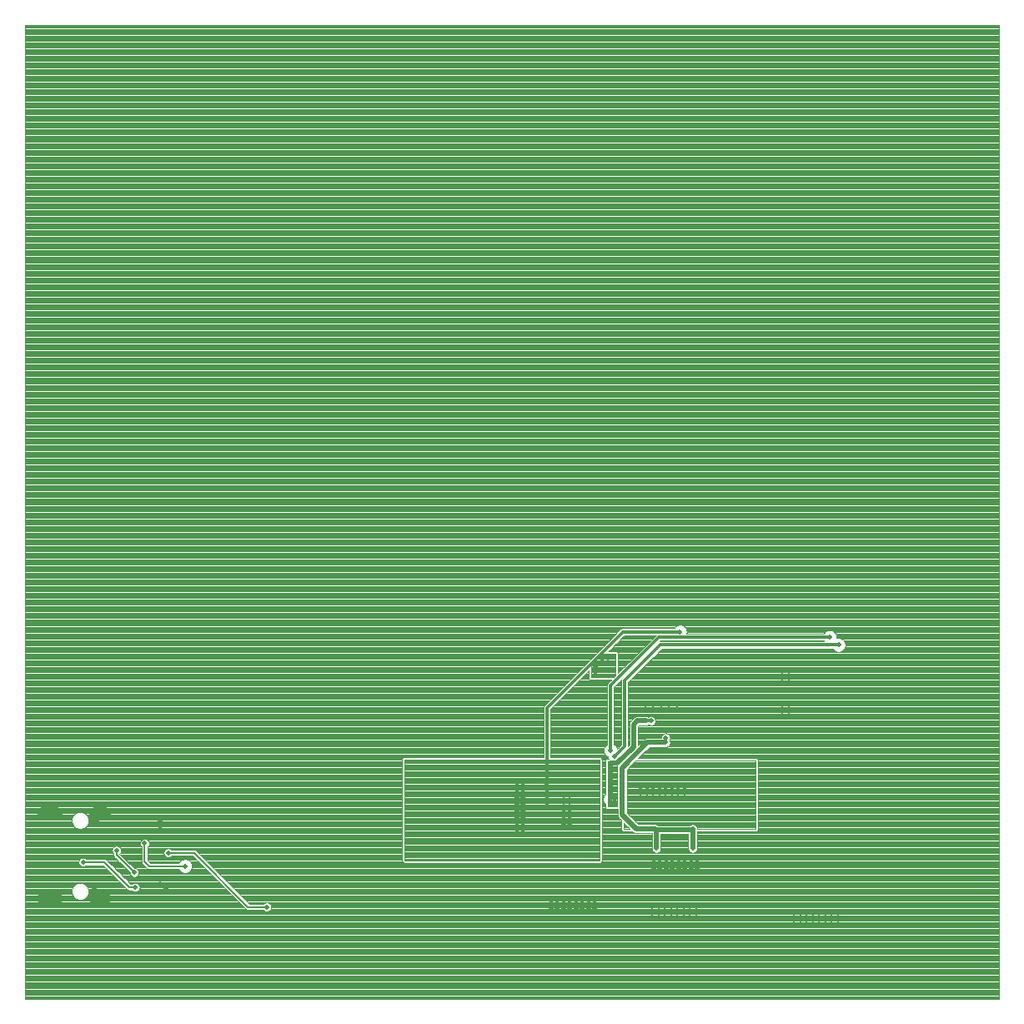
<source format=gbr>
G04 DipTrace 3.3.0.1*
G04 Bottom.gbr*
%MOIN*%
G04 #@! TF.FileFunction,Copper,L2,Bot*
G04 #@! TF.Part,Single*
G04 #@! TA.AperFunction,ViaPad*
%ADD14C,0.019685*%
G04 #@! TA.AperFunction,Conductor*
%ADD15C,0.011811*%
%ADD17C,0.007874*%
G04 #@! TA.AperFunction,CopperBalancing*
%ADD20C,0.003937*%
G04 #@! TA.AperFunction,ComponentPad*
%ADD54O,0.102362X0.051181*%
%ADD55O,0.090551X0.047244*%
%ADD56O,0.043307X0.064961*%
%FSLAX26Y26*%
G04*
G70*
G90*
G75*
G01*
G04 Bottom*
%LPD*%
X2756299Y1358612D2*
D14*
X2754331D1*
Y1214911D1*
X2899213Y1527903D2*
D15*
X2918898D1*
X2899213D2*
D14*
X2862992D1*
X2849213Y1514123D1*
Y1423966D1*
X2783858Y1358612D1*
X2756299D1*
X2899213Y1527903D2*
D15*
D3*
X2939370Y1037745D2*
Y1092617D1*
D14*
Y1018060D1*
X2976772Y1459793D2*
D15*
Y1441289D1*
D14*
X2903937D1*
X2803543Y1340895D1*
Y1151919D1*
X2858661Y1096801D1*
X2935186D1*
D15*
X2939370Y1092617D1*
D14*
X3080856D1*
D15*
X3085039Y1096801D1*
D14*
Y1018060D1*
X3033563Y1884202D2*
D15*
X2805807D1*
X2721063Y1799458D1*
Y1793207D1*
X2714812D1*
X2502312Y1580707D1*
Y1318701D1*
Y1293701D1*
Y1268701D1*
Y1180707D1*
X2721063Y1762155D2*
Y1793207D1*
X2499951Y1268701D2*
X2502312D1*
X2499951Y1293701D2*
X2502312D1*
X2499951Y1318701D2*
X2502312D1*
X2774016Y1386171D2*
X2813386Y1425541D1*
Y1688386D1*
X2956201Y1831201D1*
X3667717D1*
X2756299Y1409793D2*
Y1668798D1*
X2949951Y1862450D1*
X3632283D1*
X781890Y1010186D2*
D17*
Y992470D1*
X852756Y921604D1*
X856693Y862549D2*
X833071D1*
X732677Y962942D1*
X648031D1*
X894094Y1037745D2*
Y964911D1*
X911811Y947194D1*
X1055512D1*
X1382283Y783808D2*
X1307480D1*
X1090945Y1000344D1*
X988583D1*
D14*
X2754331Y1214911D3*
X3033563Y1884202D3*
X2502312Y1180707D3*
X2721063Y1762155D3*
X2774016Y1386171D3*
X3667717Y1831201D3*
X2756299Y1409793D3*
X3632283Y1862450D3*
X1055512Y947194D3*
X2939370Y1018060D3*
X3085039D3*
X2939370Y1037745D3*
X3085039D3*
X2976772Y1459793D3*
Y1441289D3*
X2774016Y1214911D3*
X2775984Y1358612D3*
X2756299D3*
X2899213Y1527903D3*
X2918898D3*
X2896063Y1624458D3*
X2746063Y1761958D3*
X2696063Y1743209D3*
Y1711958D3*
X2499951Y1268701D3*
Y1293701D3*
Y1318701D3*
X2927312Y1624458D3*
X2958563D3*
X2989814D3*
X3021063D3*
X2896063Y1593207D3*
X2927314D3*
X2958563D3*
X2989814D3*
X3021063D3*
X781890Y1010186D3*
X648031Y962942D3*
X870472Y978690D3*
X894094Y1037745D3*
X856693Y862549D3*
X852756Y921604D3*
X988583Y1000344D3*
X1382283Y783808D3*
X955118Y1126328D3*
Y1104675D3*
X929528Y923572D3*
X955118Y892076D3*
X978740Y860580D3*
X2922638Y785777D3*
X2947638D3*
X2972638D3*
X2997638D3*
X3022638D3*
X3097638D3*
X3047638D3*
X3072638D3*
X2922638Y760778D3*
X2947638D3*
X2972638D3*
X3072638D3*
X2997638D3*
X3022638D3*
X3047638D3*
X3097638Y760776D3*
X2924606Y870423D3*
X2949606D3*
X2974606D3*
X2876920Y1263387D3*
X2901920D3*
X2926920D3*
X2951920D3*
X2976920D3*
X3051919D3*
X3001920D3*
X3026920D3*
X2876920Y1238387D3*
X2901920D3*
X2926920D3*
X3026920D3*
X2951920D3*
X2976920D3*
X3001920D3*
X3051919Y1238386D3*
X2928543Y962942D3*
X2953543D3*
X2978543D3*
X3003543D3*
X3028543D3*
X3103542D3*
X3053543D3*
X3078543D3*
X2928543Y937942D3*
X2953543D3*
X2978543D3*
X3078543D3*
X3003543D3*
X3028543D3*
X3053543D3*
X3103542Y937941D3*
X3443701Y1549950D3*
Y1574950D3*
Y1599950D3*
Y1624950D3*
Y1649950D3*
Y1724950D3*
Y1674950D3*
Y1699950D3*
X3468701Y1549950D3*
Y1574950D3*
Y1599950D3*
Y1699950D3*
Y1624950D3*
Y1649950D3*
Y1674950D3*
X3468702Y1724950D3*
X2518701Y799950D3*
X2543701D3*
X2568701D3*
X2593701Y799949D3*
X2618701Y799950D3*
X2693701D3*
X2643701D3*
X2668701D3*
X2518701Y774950D3*
X2543701D3*
X2568701D3*
X2668701D3*
X2593701D3*
X2618701D3*
X2643701D3*
X2693701Y774949D3*
X3490748Y742470D3*
X3515748D3*
X3540748D3*
X3565748D3*
X3590748D3*
X3665748D3*
X3615748D3*
X3640748D3*
X3490748Y717471D3*
X3515748D3*
X3540748D3*
X3640748D3*
X3565748D3*
X3590748D3*
X3615748D3*
X3665748Y717469D3*
X2568701Y1112451D3*
Y1137451D3*
Y1162450D3*
Y1187450D3*
Y1212450D3*
Y1287450D3*
Y1237450D3*
Y1262450D3*
X2593701Y1112451D3*
Y1137451D3*
Y1162450D3*
Y1262450D3*
Y1187450D3*
Y1212450D3*
Y1237450D3*
X2593702Y1287450D3*
X2381201Y1093699D3*
Y1118698D3*
Y1143698D3*
Y1168698D3*
Y1193698D3*
Y1268698D3*
Y1218698D3*
Y1243698D3*
X2406201Y1093699D3*
Y1118698D3*
Y1143698D3*
Y1243698D3*
Y1168698D3*
Y1193698D3*
Y1218698D3*
X2406202Y1268698D3*
X2999606Y870423D3*
X3024606D3*
X3099606D3*
X3049606D3*
X3074606D3*
X2924606Y845424D3*
X2949606D3*
X2974606D3*
X3074606D3*
X2999606D3*
X3024606D3*
X3049606D3*
X3099606Y845421D3*
X2744886Y1362680D2*
D20*
X2758908D1*
X2744886Y1358874D2*
X2768812D1*
X2779219D2*
X2783461D1*
X2744886Y1355068D2*
X2783461D1*
X2744886Y1351262D2*
X2783461D1*
X2744886Y1347457D2*
X2783461D1*
X2744886Y1343651D2*
X2783461D1*
X2744886Y1339845D2*
X2783461D1*
X2744886Y1336039D2*
X2783461D1*
X2744886Y1332234D2*
X2783461D1*
X2744886Y1328428D2*
X2783461D1*
X2744886Y1324622D2*
X2783461D1*
X2744886Y1320816D2*
X2783461D1*
X2744886Y1317010D2*
X2783461D1*
X2744886Y1313205D2*
X2783461D1*
X2744886Y1309399D2*
X2783461D1*
X2744886Y1305593D2*
X2783461D1*
X2744886Y1301787D2*
X2783461D1*
X2744886Y1297982D2*
X2783461D1*
X2744886Y1294176D2*
X2783461D1*
X2744886Y1290370D2*
X2783461D1*
X2744886Y1286564D2*
X2783461D1*
X2744886Y1282759D2*
X2783461D1*
X2744886Y1278953D2*
X2783461D1*
X2744886Y1275147D2*
X2783461D1*
X2744886Y1271341D2*
X2783461D1*
X2744886Y1267535D2*
X2783461D1*
X2744886Y1263730D2*
X2783461D1*
X2744886Y1259924D2*
X2783461D1*
X2744886Y1256118D2*
X2783461D1*
X2744886Y1252312D2*
X2783461D1*
X2744886Y1248507D2*
X2783461D1*
X2744886Y1244701D2*
X2783461D1*
X2744886Y1240895D2*
X2783461D1*
X2744886Y1237089D2*
X2783461D1*
X2744886Y1233283D2*
X2783461D1*
X2744886Y1229478D2*
X2783461D1*
X2744886Y1225672D2*
X2783461D1*
X2744886Y1221866D2*
X2783461D1*
X2744886Y1218060D2*
X2783461D1*
X2744886Y1214255D2*
X2783461D1*
X2744886Y1210449D2*
X2783461D1*
X2744886Y1206643D2*
X2783461D1*
X2744886Y1202837D2*
X2783461D1*
X2744886Y1199031D2*
X2783461D1*
X2744886Y1195226D2*
X2783461D1*
X2744886Y1191420D2*
X2783461D1*
X2744886Y1187614D2*
X2783461D1*
X2783861Y1360261D2*
X2782005Y1359630D1*
X2780101Y1359130D1*
X2778167Y1358766D1*
X2776211Y1358541D1*
X2774245Y1358455D1*
X2772278Y1358509D1*
X2770320Y1358702D1*
X2768379Y1359033D1*
X2766469Y1359501D1*
X2764594Y1360104D1*
X2762769Y1360839D1*
X2761000Y1361701D1*
X2759295Y1362686D1*
X2757667Y1363790D1*
X2756119Y1365007D1*
X2754509Y1366491D1*
X2744496Y1366486D1*
X2744488Y1185391D1*
X2783850Y1185383D1*
X2783858Y1360265D1*
X2712220Y1793684D2*
X2774948D1*
X2708413Y1789878D2*
X2774948D1*
X2704608Y1786072D2*
X2774948D1*
X2700802Y1782266D2*
X2774948D1*
X2696995Y1778461D2*
X2774948D1*
X2693189Y1774655D2*
X2774948D1*
X2689382Y1770849D2*
X2774948D1*
X2685576Y1767043D2*
X2774948D1*
X2681770Y1763238D2*
X2774948D1*
X2679678Y1759432D2*
X2774948D1*
X2679678Y1755626D2*
X2774948D1*
X2679678Y1751820D2*
X2774948D1*
X2679678Y1748014D2*
X2774948D1*
X2679678Y1744209D2*
X2774948D1*
X2679678Y1740403D2*
X2774948D1*
X2679678Y1736597D2*
X2774948D1*
X2679678Y1732791D2*
X2774948D1*
X2679678Y1728986D2*
X2774948D1*
X2679678Y1725180D2*
X2774948D1*
X2679678Y1721374D2*
X2774948D1*
X2679678Y1717568D2*
X2774948D1*
X2679678Y1713762D2*
X2774948D1*
X2679678Y1709957D2*
X2774948D1*
X2679678Y1706151D2*
X2773441D1*
X2679678Y1702345D2*
X2769634D1*
X2769112Y1701430D2*
X2775343Y1707661D1*
X2775344Y1797491D1*
X2715626Y1797490D1*
X2679282Y1761144D1*
X2679281Y1701434D1*
X2769101Y1701427D1*
X2852289Y1363861D2*
X3337060D1*
X2848483Y1360055D2*
X3337060D1*
X2844677Y1356249D2*
X3337060D1*
X2840878Y1352444D2*
X3337060D1*
X2837072Y1348638D2*
X3337060D1*
X2833265Y1344832D2*
X3337060D1*
X2829459Y1341026D2*
X3337060D1*
X2825652Y1337220D2*
X3337060D1*
X2821892Y1333415D2*
X3337060D1*
X2821892Y1329609D2*
X3337060D1*
X2821892Y1325803D2*
X3337060D1*
X2821892Y1321997D2*
X3337060D1*
X2821892Y1318192D2*
X3337060D1*
X2821892Y1314386D2*
X3337060D1*
X2821892Y1310580D2*
X3337060D1*
X2821892Y1306774D2*
X3337060D1*
X2821892Y1302969D2*
X3337060D1*
X2821892Y1299163D2*
X3337060D1*
X2821892Y1295357D2*
X3337060D1*
X2821892Y1291551D2*
X3337060D1*
X2821892Y1287745D2*
X3337060D1*
X2821892Y1283940D2*
X3337060D1*
X2821892Y1280134D2*
X3337060D1*
X2821892Y1276328D2*
X3337060D1*
X2821892Y1272522D2*
X3337060D1*
X2821892Y1268717D2*
X3337060D1*
X2821892Y1264911D2*
X3337060D1*
X2821892Y1261105D2*
X3337060D1*
X2821892Y1257299D2*
X3337060D1*
X2821892Y1253493D2*
X3337060D1*
X2821892Y1249688D2*
X3337060D1*
X2821892Y1245882D2*
X3337060D1*
X2821892Y1242076D2*
X3337060D1*
X2821892Y1238270D2*
X3337060D1*
X2821892Y1234465D2*
X3337060D1*
X2821892Y1230659D2*
X3337060D1*
X2821892Y1226853D2*
X3337060D1*
X2821892Y1223047D2*
X3337060D1*
X2821892Y1219241D2*
X3337060D1*
X2821892Y1215436D2*
X3337060D1*
X2821892Y1211630D2*
X3337060D1*
X2821892Y1207824D2*
X3337060D1*
X2821892Y1204018D2*
X3337060D1*
X2821892Y1200213D2*
X3337060D1*
X2821892Y1196407D2*
X3337060D1*
X2821892Y1192601D2*
X3337060D1*
X2821892Y1188795D2*
X3337060D1*
X2821892Y1184990D2*
X3337060D1*
X2821892Y1181184D2*
X3337060D1*
X2821892Y1177378D2*
X3337060D1*
X2821892Y1173572D2*
X3337060D1*
X2821892Y1169766D2*
X3337060D1*
X2821892Y1165961D2*
X3337060D1*
X2821892Y1162155D2*
X3337060D1*
X2822892Y1158349D2*
X3337060D1*
X2826698Y1154543D2*
X3337060D1*
X2830505Y1150738D2*
X3337060D1*
X2834311Y1146932D2*
X3337060D1*
X2838118Y1143126D2*
X3337060D1*
X2841924Y1139320D2*
X3337060D1*
X2845730Y1135514D2*
X3337060D1*
X2849537Y1131709D2*
X3337060D1*
X2853343Y1127903D2*
X3337060D1*
X2857148Y1124097D2*
X3337060D1*
X2860955Y1120291D2*
X3337060D1*
X2811028Y1116486D2*
X2813190D1*
X2864761D2*
X3337060D1*
X2810942Y1112680D2*
X2816999D1*
X2943955D2*
X3076273D1*
X3093807D2*
X3337060D1*
X2810858Y1108874D2*
X2820806D1*
X3098722D2*
X3337060D1*
X2810766Y1105068D2*
X2824612D1*
X3101366D2*
X3337060D1*
X2810681Y1101262D2*
X2828417D1*
X3102820D2*
X3337060D1*
X2810597Y1097457D2*
X2832224D1*
X3103374D2*
X3337060D1*
X2855707Y1367669D2*
X2821496Y1333458D1*
Y1159354D1*
X2866104Y1114748D1*
X2935186Y1114753D1*
X2936594Y1114698D1*
X2937995Y1114533D1*
X2939378Y1114257D1*
X2940734Y1113874D1*
X2942056Y1113387D1*
X2943337Y1112797D1*
X2944567Y1112108D1*
X2945739Y1111324D1*
X2946694Y1110571D1*
X3073513Y1110570D1*
X3075659Y1112108D1*
X3076888Y1112797D1*
X3078169Y1113387D1*
X3079492Y1113875D1*
X3080848Y1114257D1*
X3082231Y1114533D1*
X3083631Y1114698D1*
X3085039Y1114753D1*
X3086448Y1114698D1*
X3087848Y1114533D1*
X3089231Y1114257D1*
X3090587Y1113875D1*
X3091909Y1113387D1*
X3093190Y1112797D1*
X3094420Y1112108D1*
X3095592Y1111324D1*
X3096698Y1110451D1*
X3097734Y1109495D1*
X3098690Y1108459D1*
X3099563Y1107353D1*
X3100346Y1106181D1*
X3101035Y1104951D1*
X3101626Y1103671D1*
X3102114Y1102348D1*
X3102496Y1100992D1*
X3102772Y1099609D1*
X3102937Y1098209D1*
X3102992Y1096609D1*
X3337458Y1096604D1*
X3337451Y1367665D1*
X2855698Y1367667D1*
X2833467Y1096606D2*
X2810696Y1119378D1*
X2810184Y1096600D1*
X2833475Y1096604D1*
X415752Y4305249D2*
X4308657D1*
X415752Y4301444D2*
X4308657D1*
X415752Y4297638D2*
X4308657D1*
X415752Y4293832D2*
X4308657D1*
X415752Y4290026D2*
X4308657D1*
X415752Y4286220D2*
X4308657D1*
X415752Y4282415D2*
X4308657D1*
X415752Y4278609D2*
X4308657D1*
X415752Y4274803D2*
X4308657D1*
X415752Y4270997D2*
X4308657D1*
X415752Y4267192D2*
X4308657D1*
X415752Y4263386D2*
X4308657D1*
X415752Y4259580D2*
X4308657D1*
X415752Y4255774D2*
X4308657D1*
X415752Y4251969D2*
X4308657D1*
X415752Y4248163D2*
X4308657D1*
X415752Y4244357D2*
X4308657D1*
X415752Y4240551D2*
X4308657D1*
X415752Y4236745D2*
X4308657D1*
X415752Y4232940D2*
X4308657D1*
X415752Y4229134D2*
X4308657D1*
X415752Y4225328D2*
X4308657D1*
X415752Y4221522D2*
X4308657D1*
X415752Y4217717D2*
X4308657D1*
X415752Y4213911D2*
X4308657D1*
X415752Y4210105D2*
X4308657D1*
X415752Y4206299D2*
X4308657D1*
X415752Y4202493D2*
X4308657D1*
X415752Y4198688D2*
X4308657D1*
X415752Y4194882D2*
X4308657D1*
X415752Y4191076D2*
X4308657D1*
X415752Y4187270D2*
X4308657D1*
X415752Y4183465D2*
X4308657D1*
X415752Y4179659D2*
X4308657D1*
X415752Y4175853D2*
X4308657D1*
X415752Y4172047D2*
X4308657D1*
X415752Y4168241D2*
X4308657D1*
X415752Y4164436D2*
X4308657D1*
X415752Y4160630D2*
X4308657D1*
X415752Y4156824D2*
X4308657D1*
X415752Y4153018D2*
X4308657D1*
X415752Y4149213D2*
X4308657D1*
X415752Y4145407D2*
X4308657D1*
X415752Y4141601D2*
X4308657D1*
X415752Y4137795D2*
X4308657D1*
X415752Y4133990D2*
X4308657D1*
X415752Y4130184D2*
X4308657D1*
X415752Y4126378D2*
X4308657D1*
X415752Y4122572D2*
X4308657D1*
X415752Y4118766D2*
X4308657D1*
X415752Y4114961D2*
X4308657D1*
X415752Y4111155D2*
X4308657D1*
X415752Y4107349D2*
X4308657D1*
X415752Y4103543D2*
X4308657D1*
X415752Y4099738D2*
X4308657D1*
X415752Y4095932D2*
X4308657D1*
X415752Y4092126D2*
X4308657D1*
X415752Y4088320D2*
X4308657D1*
X415752Y4084514D2*
X4308657D1*
X415752Y4080709D2*
X4308657D1*
X415752Y4076903D2*
X4308657D1*
X415752Y4073097D2*
X4308657D1*
X415752Y4069291D2*
X4308657D1*
X415752Y4065486D2*
X4308657D1*
X415752Y4061680D2*
X4308657D1*
X415752Y4057874D2*
X4308657D1*
X415752Y4054068D2*
X4308657D1*
X415752Y4050262D2*
X4308657D1*
X415752Y4046457D2*
X4308657D1*
X415752Y4042651D2*
X4308657D1*
X415752Y4038845D2*
X4308657D1*
X415752Y4035039D2*
X4308657D1*
X415752Y4031234D2*
X4308657D1*
X415752Y4027428D2*
X4308657D1*
X415752Y4023622D2*
X4308657D1*
X415752Y4019816D2*
X4308657D1*
X415752Y4016010D2*
X4308657D1*
X415752Y4012205D2*
X4308657D1*
X415752Y4008399D2*
X4308657D1*
X415752Y4004593D2*
X4308657D1*
X415752Y4000787D2*
X4308657D1*
X415752Y3996982D2*
X4308657D1*
X415752Y3993176D2*
X4308657D1*
X415752Y3989370D2*
X4308657D1*
X415752Y3985564D2*
X4308657D1*
X415752Y3981759D2*
X4308657D1*
X415752Y3977953D2*
X4308657D1*
X415752Y3974147D2*
X4308657D1*
X415752Y3970341D2*
X4308657D1*
X415752Y3966535D2*
X4308657D1*
X415752Y3962730D2*
X4308657D1*
X415752Y3958924D2*
X4308657D1*
X415752Y3955118D2*
X4308657D1*
X415752Y3951312D2*
X4308657D1*
X415752Y3947507D2*
X4308657D1*
X415752Y3943701D2*
X4308657D1*
X415752Y3939895D2*
X4308657D1*
X415752Y3936089D2*
X4308657D1*
X415752Y3932283D2*
X4308657D1*
X415752Y3928478D2*
X4308657D1*
X415752Y3924672D2*
X4308657D1*
X415752Y3920866D2*
X4308657D1*
X415752Y3917060D2*
X4308657D1*
X415752Y3913255D2*
X4308657D1*
X415752Y3909449D2*
X4308657D1*
X415752Y3905643D2*
X4308657D1*
X415752Y3901837D2*
X4308657D1*
X415752Y3898031D2*
X4308657D1*
X415752Y3894226D2*
X4308657D1*
X415752Y3890420D2*
X4308657D1*
X415752Y3886614D2*
X4308657D1*
X415752Y3882808D2*
X4308657D1*
X415752Y3879003D2*
X4308657D1*
X415752Y3875197D2*
X4308657D1*
X415752Y3871391D2*
X4308657D1*
X415752Y3867585D2*
X4308657D1*
X415752Y3863780D2*
X4308657D1*
X415752Y3859974D2*
X4308657D1*
X415752Y3856168D2*
X4308657D1*
X415752Y3852362D2*
X4308657D1*
X415752Y3848556D2*
X4308657D1*
X415752Y3844751D2*
X4308657D1*
X415752Y3840945D2*
X4308657D1*
X415752Y3837139D2*
X4308657D1*
X415752Y3833333D2*
X4308657D1*
X415752Y3829528D2*
X4308657D1*
X415752Y3825722D2*
X4308657D1*
X415752Y3821916D2*
X4308657D1*
X415752Y3818110D2*
X4308657D1*
X415752Y3814304D2*
X4308657D1*
X415752Y3810499D2*
X4308657D1*
X415752Y3806693D2*
X4308657D1*
X415752Y3802887D2*
X4308657D1*
X415752Y3799081D2*
X4308657D1*
X415752Y3795276D2*
X4308657D1*
X415752Y3791470D2*
X4308657D1*
X415752Y3787664D2*
X4308657D1*
X415752Y3783858D2*
X4308657D1*
X415752Y3780052D2*
X4308657D1*
X415752Y3776247D2*
X4308657D1*
X415752Y3772441D2*
X4308657D1*
X415752Y3768635D2*
X4308657D1*
X415752Y3764829D2*
X4308657D1*
X415752Y3761024D2*
X4308657D1*
X415752Y3757218D2*
X4308657D1*
X415752Y3753412D2*
X4308657D1*
X415752Y3749606D2*
X4308657D1*
X415752Y3745801D2*
X4308657D1*
X415752Y3741995D2*
X4308657D1*
X415752Y3738189D2*
X4308657D1*
X415752Y3734383D2*
X4308657D1*
X415752Y3730577D2*
X4308657D1*
X415752Y3726772D2*
X4308657D1*
X415752Y3722966D2*
X4308657D1*
X415752Y3719160D2*
X4308657D1*
X415752Y3715354D2*
X4308657D1*
X415752Y3711549D2*
X4308657D1*
X415752Y3707743D2*
X4308657D1*
X415752Y3703937D2*
X4308657D1*
X415752Y3700131D2*
X4308657D1*
X415752Y3696325D2*
X4308657D1*
X415752Y3692520D2*
X4308657D1*
X415752Y3688714D2*
X4308657D1*
X415752Y3684908D2*
X4308657D1*
X415752Y3681102D2*
X4308657D1*
X415752Y3677297D2*
X4308657D1*
X415752Y3673491D2*
X4308657D1*
X415752Y3669685D2*
X4308657D1*
X415752Y3665879D2*
X4308657D1*
X415752Y3662073D2*
X4308657D1*
X415752Y3658268D2*
X4308657D1*
X415752Y3654462D2*
X4308657D1*
X415752Y3650656D2*
X4308657D1*
X415752Y3646850D2*
X4308657D1*
X415752Y3643045D2*
X4308657D1*
X415752Y3639239D2*
X4308657D1*
X415752Y3635433D2*
X4308657D1*
X415752Y3631627D2*
X4308657D1*
X415752Y3627822D2*
X4308657D1*
X415752Y3624016D2*
X4308657D1*
X415752Y3620210D2*
X4308657D1*
X415752Y3616404D2*
X4308657D1*
X415752Y3612598D2*
X4308657D1*
X415752Y3608793D2*
X4308657D1*
X415752Y3604987D2*
X4308657D1*
X415752Y3601181D2*
X4308657D1*
X415752Y3597375D2*
X4308657D1*
X415752Y3593570D2*
X4308657D1*
X415752Y3589764D2*
X4308657D1*
X415752Y3585958D2*
X4308657D1*
X415752Y3582152D2*
X4308657D1*
X415752Y3578346D2*
X4308657D1*
X415752Y3574541D2*
X4308657D1*
X415752Y3570735D2*
X4308657D1*
X415752Y3566929D2*
X4308657D1*
X415752Y3563123D2*
X4308657D1*
X415752Y3559318D2*
X4308657D1*
X415752Y3555512D2*
X4308657D1*
X415752Y3551706D2*
X4308657D1*
X415752Y3547900D2*
X4308657D1*
X415752Y3544094D2*
X4308657D1*
X415752Y3540289D2*
X4308657D1*
X415752Y3536483D2*
X4308657D1*
X415752Y3532677D2*
X4308657D1*
X415752Y3528871D2*
X4308657D1*
X415752Y3525066D2*
X4308657D1*
X415752Y3521260D2*
X4308657D1*
X415752Y3517454D2*
X4308657D1*
X415752Y3513648D2*
X4308657D1*
X415752Y3509843D2*
X4308657D1*
X415752Y3506037D2*
X4308657D1*
X415752Y3502231D2*
X4308657D1*
X415752Y3498425D2*
X4308657D1*
X415752Y3494619D2*
X4308657D1*
X415752Y3490814D2*
X4308657D1*
X415752Y3487008D2*
X4308657D1*
X415752Y3483202D2*
X4308657D1*
X415752Y3479396D2*
X4308657D1*
X415752Y3475591D2*
X4308657D1*
X415752Y3471785D2*
X4308657D1*
X415752Y3467979D2*
X4308657D1*
X415752Y3464173D2*
X4308657D1*
X415752Y3460367D2*
X4308657D1*
X415752Y3456562D2*
X4308657D1*
X415752Y3452756D2*
X4308657D1*
X415752Y3448950D2*
X4308657D1*
X415752Y3445144D2*
X4308657D1*
X415752Y3441339D2*
X4308657D1*
X415752Y3437533D2*
X4308657D1*
X415752Y3433727D2*
X4308657D1*
X415752Y3429921D2*
X4308657D1*
X415752Y3426115D2*
X4308657D1*
X415752Y3422310D2*
X4308657D1*
X415752Y3418504D2*
X4308657D1*
X415752Y3414698D2*
X4308657D1*
X415752Y3410892D2*
X4308657D1*
X415752Y3407087D2*
X4308657D1*
X415752Y3403281D2*
X4308657D1*
X415752Y3399475D2*
X4308657D1*
X415752Y3395669D2*
X4308657D1*
X415752Y3391864D2*
X4308657D1*
X415752Y3388058D2*
X4308657D1*
X415752Y3384252D2*
X4308657D1*
X415752Y3380446D2*
X4308657D1*
X415752Y3376640D2*
X4308657D1*
X415752Y3372835D2*
X4308657D1*
X415752Y3369029D2*
X4308657D1*
X415752Y3365223D2*
X4308657D1*
X415752Y3361417D2*
X4308657D1*
X415752Y3357612D2*
X4308657D1*
X415752Y3353806D2*
X4308657D1*
X415752Y3350000D2*
X4308657D1*
X415752Y3346194D2*
X4308657D1*
X415752Y3342388D2*
X4308657D1*
X415752Y3338583D2*
X4308657D1*
X415752Y3334777D2*
X4308657D1*
X415752Y3330971D2*
X4308657D1*
X415752Y3327165D2*
X4308657D1*
X415752Y3323360D2*
X4308657D1*
X415752Y3319554D2*
X4308657D1*
X415752Y3315748D2*
X4308657D1*
X415752Y3311942D2*
X4308657D1*
X415752Y3308136D2*
X4308657D1*
X415752Y3304331D2*
X4308657D1*
X415752Y3300525D2*
X4308657D1*
X415752Y3296719D2*
X4308657D1*
X415752Y3292913D2*
X4308657D1*
X415752Y3289108D2*
X4308657D1*
X415752Y3285302D2*
X4308657D1*
X415752Y3281496D2*
X4308657D1*
X415752Y3277690D2*
X4308657D1*
X415752Y3273885D2*
X4308657D1*
X415752Y3270079D2*
X4308657D1*
X415752Y3266273D2*
X4308657D1*
X415752Y3262467D2*
X4308657D1*
X415752Y3258661D2*
X4308657D1*
X415752Y3254856D2*
X4308657D1*
X415752Y3251050D2*
X4308657D1*
X415752Y3247244D2*
X4308657D1*
X415752Y3243438D2*
X4308657D1*
X415752Y3239633D2*
X4308657D1*
X415752Y3235827D2*
X4308657D1*
X415752Y3232021D2*
X4308657D1*
X415752Y3228215D2*
X4308657D1*
X415752Y3224409D2*
X4308657D1*
X415752Y3220604D2*
X4308657D1*
X415752Y3216798D2*
X4308657D1*
X415752Y3212992D2*
X4308657D1*
X415752Y3209186D2*
X4308657D1*
X415752Y3205381D2*
X4308657D1*
X415752Y3201575D2*
X4308657D1*
X415752Y3197769D2*
X4308657D1*
X415752Y3193963D2*
X4308657D1*
X415752Y3190157D2*
X4308657D1*
X415752Y3186352D2*
X4308657D1*
X415752Y3182546D2*
X4308657D1*
X415752Y3178740D2*
X4308657D1*
X415752Y3174934D2*
X4308657D1*
X415752Y3171129D2*
X4308657D1*
X415752Y3167323D2*
X4308657D1*
X415752Y3163517D2*
X4308657D1*
X415752Y3159711D2*
X4308657D1*
X415752Y3155906D2*
X4308657D1*
X415752Y3152100D2*
X4308657D1*
X415752Y3148294D2*
X4308657D1*
X415752Y3144488D2*
X4308657D1*
X415752Y3140682D2*
X4308657D1*
X415752Y3136877D2*
X4308657D1*
X415752Y3133071D2*
X4308657D1*
X415752Y3129265D2*
X4308657D1*
X415752Y3125459D2*
X4308657D1*
X415752Y3121654D2*
X4308657D1*
X415752Y3117848D2*
X4308657D1*
X415752Y3114042D2*
X4308657D1*
X415752Y3110236D2*
X4308657D1*
X415752Y3106430D2*
X4308657D1*
X415752Y3102625D2*
X4308657D1*
X415752Y3098819D2*
X4308657D1*
X415752Y3095013D2*
X4308657D1*
X415752Y3091207D2*
X4308657D1*
X415752Y3087402D2*
X4308657D1*
X415752Y3083596D2*
X4308657D1*
X415752Y3079790D2*
X4308657D1*
X415752Y3075984D2*
X4308657D1*
X415752Y3072178D2*
X4308657D1*
X415752Y3068373D2*
X4308657D1*
X415752Y3064567D2*
X4308657D1*
X415752Y3060761D2*
X4308657D1*
X415752Y3056955D2*
X4308657D1*
X415752Y3053150D2*
X4308657D1*
X415752Y3049344D2*
X4308657D1*
X415752Y3045538D2*
X4308657D1*
X415752Y3041732D2*
X4308657D1*
X415752Y3037927D2*
X4308657D1*
X415752Y3034121D2*
X4308657D1*
X415752Y3030315D2*
X4308657D1*
X415752Y3026509D2*
X4308657D1*
X415752Y3022703D2*
X4308657D1*
X415752Y3018898D2*
X4308657D1*
X415752Y3015092D2*
X4308657D1*
X415752Y3011286D2*
X4308657D1*
X415752Y3007480D2*
X4308657D1*
X415752Y3003675D2*
X4308657D1*
X415752Y2999869D2*
X4308657D1*
X415752Y2996063D2*
X4308657D1*
X415752Y2992257D2*
X4308657D1*
X415752Y2988451D2*
X4308657D1*
X415752Y2984646D2*
X4308657D1*
X415752Y2980840D2*
X4308657D1*
X415752Y2977034D2*
X4308657D1*
X415752Y2973228D2*
X4308657D1*
X415752Y2969423D2*
X4308657D1*
X415752Y2965617D2*
X4308657D1*
X415752Y2961811D2*
X4308657D1*
X415752Y2958005D2*
X4308657D1*
X415752Y2954199D2*
X4308657D1*
X415752Y2950394D2*
X4308657D1*
X415752Y2946588D2*
X4308657D1*
X415752Y2942782D2*
X4308657D1*
X415752Y2938976D2*
X4308657D1*
X415752Y2935171D2*
X4308657D1*
X415752Y2931365D2*
X4308657D1*
X415752Y2927559D2*
X4308657D1*
X415752Y2923753D2*
X4308657D1*
X415752Y2919948D2*
X4308657D1*
X415752Y2916142D2*
X4308657D1*
X415752Y2912336D2*
X4308657D1*
X415752Y2908530D2*
X4308657D1*
X415752Y2904724D2*
X4308657D1*
X415752Y2900919D2*
X4308657D1*
X415752Y2897113D2*
X4308657D1*
X415752Y2893307D2*
X4308657D1*
X415752Y2889501D2*
X4308657D1*
X415752Y2885696D2*
X4308657D1*
X415752Y2881890D2*
X4308657D1*
X415752Y2878084D2*
X4308657D1*
X415752Y2874278D2*
X4308657D1*
X415752Y2870472D2*
X4308657D1*
X415752Y2866667D2*
X4308657D1*
X415752Y2862861D2*
X4308657D1*
X415752Y2859055D2*
X4308657D1*
X415752Y2855249D2*
X4308657D1*
X415752Y2851444D2*
X4308657D1*
X415752Y2847638D2*
X4308657D1*
X415752Y2843832D2*
X4308657D1*
X415752Y2840026D2*
X4308657D1*
X415752Y2836220D2*
X4308657D1*
X415752Y2832415D2*
X4308657D1*
X415752Y2828609D2*
X4308657D1*
X415752Y2824803D2*
X4308657D1*
X415752Y2820997D2*
X4308657D1*
X415752Y2817192D2*
X4308657D1*
X415752Y2813386D2*
X4308657D1*
X415752Y2809580D2*
X4308657D1*
X415752Y2805774D2*
X4308657D1*
X415752Y2801969D2*
X4308657D1*
X415752Y2798163D2*
X4308657D1*
X415752Y2794357D2*
X4308657D1*
X415752Y2790551D2*
X4308657D1*
X415752Y2786745D2*
X4308657D1*
X415752Y2782940D2*
X4308657D1*
X415752Y2779134D2*
X4308657D1*
X415752Y2775328D2*
X4308657D1*
X415752Y2771522D2*
X4308657D1*
X415752Y2767717D2*
X4308657D1*
X415752Y2763911D2*
X4308657D1*
X415752Y2760105D2*
X4308657D1*
X415752Y2756299D2*
X4308657D1*
X415752Y2752493D2*
X4308657D1*
X415752Y2748688D2*
X4308657D1*
X415752Y2744882D2*
X4308657D1*
X415752Y2741076D2*
X4308657D1*
X415752Y2737270D2*
X4308657D1*
X415752Y2733465D2*
X4308657D1*
X415752Y2729659D2*
X4308657D1*
X415752Y2725853D2*
X4308657D1*
X415752Y2722047D2*
X4308657D1*
X415752Y2718241D2*
X4308657D1*
X415752Y2714436D2*
X4308657D1*
X415752Y2710630D2*
X4308657D1*
X415752Y2706824D2*
X4308657D1*
X415752Y2703018D2*
X4308657D1*
X415752Y2699213D2*
X4308657D1*
X415752Y2695407D2*
X4308657D1*
X415752Y2691601D2*
X4308657D1*
X415752Y2687795D2*
X4308657D1*
X415752Y2683990D2*
X4308657D1*
X415752Y2680184D2*
X4308657D1*
X415752Y2676378D2*
X4308657D1*
X415752Y2672572D2*
X4308657D1*
X415752Y2668766D2*
X4308657D1*
X415752Y2664961D2*
X4308657D1*
X415752Y2661155D2*
X4308657D1*
X415752Y2657349D2*
X4308657D1*
X415752Y2653543D2*
X4308657D1*
X415752Y2649738D2*
X4308657D1*
X415752Y2645932D2*
X4308657D1*
X415752Y2642126D2*
X4308657D1*
X415752Y2638320D2*
X4308657D1*
X415752Y2634514D2*
X4308657D1*
X415752Y2630709D2*
X4308657D1*
X415752Y2626903D2*
X4308657D1*
X415752Y2623097D2*
X4308657D1*
X415752Y2619291D2*
X4308657D1*
X415752Y2615486D2*
X4308657D1*
X415752Y2611680D2*
X4308657D1*
X415752Y2607874D2*
X4308657D1*
X415752Y2604068D2*
X4308657D1*
X415752Y2600262D2*
X4308657D1*
X415752Y2596457D2*
X4308657D1*
X415752Y2592651D2*
X4308657D1*
X415752Y2588845D2*
X4308657D1*
X415752Y2585039D2*
X4308657D1*
X415752Y2581234D2*
X4308657D1*
X415752Y2577428D2*
X4308657D1*
X415752Y2573622D2*
X4308657D1*
X415752Y2569816D2*
X4308657D1*
X415752Y2566010D2*
X4308657D1*
X415752Y2562205D2*
X4308657D1*
X415752Y2558399D2*
X4308657D1*
X415752Y2554593D2*
X4308657D1*
X415752Y2550787D2*
X4308657D1*
X415752Y2546982D2*
X4308657D1*
X415752Y2543176D2*
X4308657D1*
X415752Y2539370D2*
X4308657D1*
X415752Y2535564D2*
X4308657D1*
X415752Y2531759D2*
X4308657D1*
X415752Y2527953D2*
X4308657D1*
X415752Y2524147D2*
X4308657D1*
X415752Y2520341D2*
X4308657D1*
X415752Y2516535D2*
X4308657D1*
X415752Y2512730D2*
X4308657D1*
X415752Y2508924D2*
X4308657D1*
X415752Y2505118D2*
X4308657D1*
X415752Y2501312D2*
X4308657D1*
X415752Y2497507D2*
X4308657D1*
X415752Y2493701D2*
X4308657D1*
X415752Y2489895D2*
X4308657D1*
X415752Y2486089D2*
X4308657D1*
X415752Y2482283D2*
X4308657D1*
X415752Y2478478D2*
X4308657D1*
X415752Y2474672D2*
X4308657D1*
X415752Y2470866D2*
X4308657D1*
X415752Y2467060D2*
X4308657D1*
X415752Y2463255D2*
X4308657D1*
X415752Y2459449D2*
X4308657D1*
X415752Y2455643D2*
X4308657D1*
X415752Y2451837D2*
X4308657D1*
X415752Y2448031D2*
X4308657D1*
X415752Y2444226D2*
X4308657D1*
X415752Y2440420D2*
X4308657D1*
X415752Y2436614D2*
X4308657D1*
X415752Y2432808D2*
X4308657D1*
X415752Y2429003D2*
X4308657D1*
X415752Y2425197D2*
X4308657D1*
X415752Y2421391D2*
X4308657D1*
X415752Y2417585D2*
X4308657D1*
X415752Y2413780D2*
X4308657D1*
X415752Y2409974D2*
X4308657D1*
X415752Y2406168D2*
X4308657D1*
X415752Y2402362D2*
X4308657D1*
X415752Y2398556D2*
X4308657D1*
X415752Y2394751D2*
X4308657D1*
X415752Y2390945D2*
X4308657D1*
X415752Y2387139D2*
X4308657D1*
X415752Y2383333D2*
X4308657D1*
X415752Y2379528D2*
X4308657D1*
X415752Y2375722D2*
X4308657D1*
X415752Y2371916D2*
X4308657D1*
X415752Y2368110D2*
X4308657D1*
X415752Y2364304D2*
X4308657D1*
X415752Y2360499D2*
X4308657D1*
X415752Y2356693D2*
X4308657D1*
X415752Y2352887D2*
X4308657D1*
X415752Y2349081D2*
X4308657D1*
X415752Y2345276D2*
X4308657D1*
X415752Y2341470D2*
X4308657D1*
X415752Y2337664D2*
X4308657D1*
X415752Y2333858D2*
X4308657D1*
X415752Y2330052D2*
X4308657D1*
X415752Y2326247D2*
X4308657D1*
X415752Y2322441D2*
X4308657D1*
X415752Y2318635D2*
X4308657D1*
X415752Y2314829D2*
X4308657D1*
X415752Y2311024D2*
X4308657D1*
X415752Y2307218D2*
X4308657D1*
X415752Y2303412D2*
X4308657D1*
X415752Y2299606D2*
X4308657D1*
X415752Y2295801D2*
X4308657D1*
X415752Y2291995D2*
X4308657D1*
X415752Y2288189D2*
X4308657D1*
X415752Y2284383D2*
X4308657D1*
X415752Y2280577D2*
X4308657D1*
X415752Y2276772D2*
X4308657D1*
X415752Y2272966D2*
X4308657D1*
X415752Y2269160D2*
X4308657D1*
X415752Y2265354D2*
X4308657D1*
X415752Y2261549D2*
X4308657D1*
X415752Y2257743D2*
X4308657D1*
X415752Y2253937D2*
X4308657D1*
X415752Y2250131D2*
X4308657D1*
X415752Y2246325D2*
X4308657D1*
X415752Y2242520D2*
X4308657D1*
X415752Y2238714D2*
X4308657D1*
X415752Y2234908D2*
X4308657D1*
X415752Y2231102D2*
X4308657D1*
X415752Y2227297D2*
X4308657D1*
X415752Y2223491D2*
X4308657D1*
X415752Y2219685D2*
X4308657D1*
X415752Y2215879D2*
X4308657D1*
X415752Y2212073D2*
X4308657D1*
X415752Y2208268D2*
X4308657D1*
X415752Y2204462D2*
X4308657D1*
X415752Y2200656D2*
X4308657D1*
X415752Y2196850D2*
X4308657D1*
X415752Y2193045D2*
X4308657D1*
X415752Y2189239D2*
X4308657D1*
X415752Y2185433D2*
X4308657D1*
X415752Y2181627D2*
X4308657D1*
X415752Y2177822D2*
X4308657D1*
X415752Y2174016D2*
X4308657D1*
X415752Y2170210D2*
X4308657D1*
X415752Y2166404D2*
X4308657D1*
X415752Y2162598D2*
X4308657D1*
X415752Y2158793D2*
X4308657D1*
X415752Y2154987D2*
X4308657D1*
X415752Y2151181D2*
X4308657D1*
X415752Y2147375D2*
X4308657D1*
X415752Y2143570D2*
X4308657D1*
X415752Y2139764D2*
X4308657D1*
X415752Y2135958D2*
X4308657D1*
X415752Y2132152D2*
X4308657D1*
X415752Y2128346D2*
X4308657D1*
X415752Y2124541D2*
X4308657D1*
X415752Y2120735D2*
X4308657D1*
X415752Y2116929D2*
X4308657D1*
X415752Y2113123D2*
X4308657D1*
X415752Y2109318D2*
X4308657D1*
X415752Y2105512D2*
X4308657D1*
X415752Y2101706D2*
X4308657D1*
X415752Y2097900D2*
X4308657D1*
X415752Y2094094D2*
X4308657D1*
X415752Y2090289D2*
X4308657D1*
X415752Y2086483D2*
X4308657D1*
X415752Y2082677D2*
X4308657D1*
X415752Y2078871D2*
X4308657D1*
X415752Y2075066D2*
X4308657D1*
X415752Y2071260D2*
X4308657D1*
X415752Y2067454D2*
X4308657D1*
X415752Y2063648D2*
X4308657D1*
X415752Y2059843D2*
X4308657D1*
X415752Y2056037D2*
X4308657D1*
X415752Y2052231D2*
X4308657D1*
X415752Y2048425D2*
X4308657D1*
X415752Y2044619D2*
X4308657D1*
X415752Y2040814D2*
X4308657D1*
X415752Y2037008D2*
X4308657D1*
X415752Y2033202D2*
X4308657D1*
X415752Y2029396D2*
X4308657D1*
X415752Y2025591D2*
X4308657D1*
X415752Y2021785D2*
X4308657D1*
X415752Y2017979D2*
X4308657D1*
X415752Y2014173D2*
X4308657D1*
X415752Y2010367D2*
X4308657D1*
X415752Y2006562D2*
X4308657D1*
X415752Y2002756D2*
X4308657D1*
X415752Y1998950D2*
X4308657D1*
X415752Y1995144D2*
X4308657D1*
X415752Y1991339D2*
X4308657D1*
X415752Y1987533D2*
X4308657D1*
X415752Y1983727D2*
X4308657D1*
X415752Y1979921D2*
X4308657D1*
X415752Y1976115D2*
X4308657D1*
X415752Y1972310D2*
X4308657D1*
X415752Y1968504D2*
X4308657D1*
X415752Y1964698D2*
X4308657D1*
X415752Y1960892D2*
X4308657D1*
X415752Y1957087D2*
X4308657D1*
X415752Y1953281D2*
X4308657D1*
X415752Y1949475D2*
X4308657D1*
X415752Y1945669D2*
X4308657D1*
X415752Y1941864D2*
X4308657D1*
X415752Y1938058D2*
X4308657D1*
X415752Y1934252D2*
X4308657D1*
X415752Y1930446D2*
X4308657D1*
X415752Y1926640D2*
X4308657D1*
X415752Y1922835D2*
X4308657D1*
X415752Y1919029D2*
X4308657D1*
X415752Y1915223D2*
X4308657D1*
X415752Y1911417D2*
X3027923D1*
X3039206D2*
X4308657D1*
X415752Y1907612D2*
X3018327D1*
X3048795D2*
X4308657D1*
X415752Y1903806D2*
X3013575D1*
X3053547D2*
X4308657D1*
X415752Y1900000D2*
X3010399D1*
X3056731D2*
X4308657D1*
X415752Y1896194D2*
X2798161D1*
X3058945D2*
X4308657D1*
X415752Y1892388D2*
X2793778D1*
X3060437D2*
X4308657D1*
X415752Y1888583D2*
X2789972D1*
X3061322D2*
X3622657D1*
X3641915D2*
X4308657D1*
X415752Y1884777D2*
X2786165D1*
X3061667D2*
X3615467D1*
X3649104D2*
X4308657D1*
X415752Y1880971D2*
X2782360D1*
X3061483D2*
X3611269D1*
X3653295D2*
X4308657D1*
X415752Y1877165D2*
X2778554D1*
X3060768D2*
X3608400D1*
X3656163D2*
X4308657D1*
X415752Y1873360D2*
X2774747D1*
X3658155D2*
X4308657D1*
X415752Y1869554D2*
X2770941D1*
X2811375D2*
X2936841D1*
X3659470D2*
X4308657D1*
X415752Y1865748D2*
X2767134D1*
X2807568D2*
X2933034D1*
X3660199D2*
X4308657D1*
X415752Y1861942D2*
X2763336D1*
X2803762D2*
X2929228D1*
X3660392D2*
X4308657D1*
X415752Y1858136D2*
X2759530D1*
X2799957D2*
X2925423D1*
X3674640D2*
X4308657D1*
X415752Y1854331D2*
X2755723D1*
X2796150D2*
X2921615D1*
X3683383D2*
X4308657D1*
X415752Y1850525D2*
X2751917D1*
X2792344D2*
X2917810D1*
X3687982D2*
X4308657D1*
X415752Y1846719D2*
X2748110D1*
X2788537D2*
X2914004D1*
X2954437D2*
X3609070D1*
X3691073D2*
X4308657D1*
X415752Y1842913D2*
X2744304D1*
X2784731D2*
X2910197D1*
X3693234D2*
X4308657D1*
X415752Y1839108D2*
X2740499D1*
X2780925D2*
X2906391D1*
X3694672D2*
X4308657D1*
X415752Y1835302D2*
X2736692D1*
X2777118D2*
X2902584D1*
X3695525D2*
X4308657D1*
X415752Y1831496D2*
X2732886D1*
X2773320D2*
X2898786D1*
X3695825D2*
X4308657D1*
X415752Y1827690D2*
X2729079D1*
X2769513D2*
X2894979D1*
X3695602D2*
X4308657D1*
X415752Y1823885D2*
X2725273D1*
X2765707D2*
X2891173D1*
X3694841D2*
X4308657D1*
X415752Y1820079D2*
X2721467D1*
X2761902D2*
X2887367D1*
X3693496D2*
X4308657D1*
X415752Y1816273D2*
X2717660D1*
X2758094D2*
X2883560D1*
X2961488D2*
X3643972D1*
X3691466D2*
X4308657D1*
X415752Y1812467D2*
X2713854D1*
X2754289D2*
X2879755D1*
X2957682D2*
X3646894D1*
X3688535D2*
X4308657D1*
X415752Y1808661D2*
X2710101D1*
X2750482D2*
X2875948D1*
X2953877D2*
X3651193D1*
X3684238D2*
X4308657D1*
X415752Y1804856D2*
X2706626D1*
X2783762D2*
X2872142D1*
X2950070D2*
X3658713D1*
X3676717D2*
X4308657D1*
X415752Y1801050D2*
X2702444D1*
X2785661D2*
X2868336D1*
X2946264D2*
X4308657D1*
X415752Y1797244D2*
X2698636D1*
X2785815D2*
X2864529D1*
X2942458D2*
X4308657D1*
X415752Y1793438D2*
X2694831D1*
X2785815D2*
X2860723D1*
X2938651D2*
X4308657D1*
X415752Y1789633D2*
X2691024D1*
X2785815D2*
X2856917D1*
X2934845D2*
X4308657D1*
X415752Y1785827D2*
X2687218D1*
X2785815D2*
X2853110D1*
X2931038D2*
X4308657D1*
X415752Y1782021D2*
X2683412D1*
X2785815D2*
X2849304D1*
X2927240D2*
X4308657D1*
X415752Y1778215D2*
X2679605D1*
X2785815D2*
X2845497D1*
X2923433D2*
X4308657D1*
X415752Y1774409D2*
X2675799D1*
X2785815D2*
X2841699D1*
X2919627D2*
X4308657D1*
X415752Y1770604D2*
X2671992D1*
X2785815D2*
X2837892D1*
X2915822D2*
X4308657D1*
X415752Y1766798D2*
X2668186D1*
X2785815D2*
X2834087D1*
X2912014D2*
X4308657D1*
X415752Y1762992D2*
X2664381D1*
X2785815D2*
X2830281D1*
X2908209D2*
X4308657D1*
X415752Y1759186D2*
X2660573D1*
X2785815D2*
X2826474D1*
X2904402D2*
X4308657D1*
X415752Y1755381D2*
X2656768D1*
X2785815D2*
X2822668D1*
X2900596D2*
X4308657D1*
X415752Y1751575D2*
X2652961D1*
X2785815D2*
X2818861D1*
X2896790D2*
X4308657D1*
X415752Y1747769D2*
X2649163D1*
X2785815D2*
X2815055D1*
X2892983D2*
X4308657D1*
X415752Y1743963D2*
X2645357D1*
X2785815D2*
X2811249D1*
X2889177D2*
X4308657D1*
X415752Y1740157D2*
X2641550D1*
X2785815D2*
X2807442D1*
X2885371D2*
X4308657D1*
X415752Y1736352D2*
X2637744D1*
X2785815D2*
X2803636D1*
X2881564D2*
X4308657D1*
X415752Y1732546D2*
X2633937D1*
X2785815D2*
X2799831D1*
X2877759D2*
X4308657D1*
X415752Y1728740D2*
X2630131D1*
X2785815D2*
X2796024D1*
X2873951D2*
X4308657D1*
X415752Y1724934D2*
X2626325D1*
X2666752D2*
X2668812D1*
X2785815D2*
X2792218D1*
X2870154D2*
X4308657D1*
X415752Y1721129D2*
X2622518D1*
X2662945D2*
X2668810D1*
X2785815D2*
X2788411D1*
X2866346D2*
X4308657D1*
X415752Y1717323D2*
X2618713D1*
X2659147D2*
X2668810D1*
X2862541D2*
X4308657D1*
X415752Y1713517D2*
X2614906D1*
X2655340D2*
X2668810D1*
X2858735D2*
X4308657D1*
X415752Y1709711D2*
X2611100D1*
X2651534D2*
X2668810D1*
X2854928D2*
X4308657D1*
X415752Y1705906D2*
X2607294D1*
X2647728D2*
X2668810D1*
X2851122D2*
X4308657D1*
X415752Y1702100D2*
X2603487D1*
X2643921D2*
X2668810D1*
X2847315D2*
X4308657D1*
X415752Y1698294D2*
X2599681D1*
X2640115D2*
X2668894D1*
X2843509D2*
X4308657D1*
X415752Y1694488D2*
X2595874D1*
X2636308D2*
X2670509D1*
X2839703D2*
X4308657D1*
X415752Y1690682D2*
X2592076D1*
X2632503D2*
X2757969D1*
X2835896D2*
X4308657D1*
X415752Y1686877D2*
X2588270D1*
X2628697D2*
X2754163D1*
X2794597D2*
X2798976D1*
X2832091D2*
X4308657D1*
X415752Y1683071D2*
X2584463D1*
X2624890D2*
X2750356D1*
X2790790D2*
X2798976D1*
X2828285D2*
X4308657D1*
X415752Y1679265D2*
X2580657D1*
X2621084D2*
X2746550D1*
X2786984D2*
X2798976D1*
X2827793D2*
X4308657D1*
X415752Y1675459D2*
X2576850D1*
X2617277D2*
X2743573D1*
X2783177D2*
X2798976D1*
X2827793D2*
X4308657D1*
X415752Y1671654D2*
X2573045D1*
X2613471D2*
X2742182D1*
X2779371D2*
X2798976D1*
X2827793D2*
X4308657D1*
X415752Y1667848D2*
X2569239D1*
X2609665D2*
X2741890D1*
X2775566D2*
X2798976D1*
X2827793D2*
X4308657D1*
X415752Y1664042D2*
X2565432D1*
X2605858D2*
X2741890D1*
X2771759D2*
X2798976D1*
X2827793D2*
X4308657D1*
X415752Y1660236D2*
X2561626D1*
X2602060D2*
X2741890D1*
X2770706D2*
X2798976D1*
X2827793D2*
X4308657D1*
X415752Y1656430D2*
X2557819D1*
X2598253D2*
X2741890D1*
X2770706D2*
X2798976D1*
X2827793D2*
X4308657D1*
X415752Y1652625D2*
X2554013D1*
X2594448D2*
X2741890D1*
X2770706D2*
X2798976D1*
X2827793D2*
X4308657D1*
X415752Y1648819D2*
X2550207D1*
X2590642D2*
X2741890D1*
X2770706D2*
X2798976D1*
X2827793D2*
X4308657D1*
X415752Y1645013D2*
X2546400D1*
X2586835D2*
X2741890D1*
X2770706D2*
X2798976D1*
X2827793D2*
X4308657D1*
X415752Y1641207D2*
X2542594D1*
X2583029D2*
X2741890D1*
X2770706D2*
X2798976D1*
X2827793D2*
X4308657D1*
X415752Y1637402D2*
X2538787D1*
X2579222D2*
X2741890D1*
X2770706D2*
X2798976D1*
X2827793D2*
X4308657D1*
X415752Y1633596D2*
X2534990D1*
X2575416D2*
X2741890D1*
X2770706D2*
X2798976D1*
X2827793D2*
X4308657D1*
X415752Y1629790D2*
X2531184D1*
X2571610D2*
X2741890D1*
X2770706D2*
X2798976D1*
X2827793D2*
X4308657D1*
X415752Y1625984D2*
X2527377D1*
X2567803D2*
X2741890D1*
X2770706D2*
X2798976D1*
X2827793D2*
X4308657D1*
X415752Y1622178D2*
X2523571D1*
X2563997D2*
X2741890D1*
X2770706D2*
X2798976D1*
X2827793D2*
X4308657D1*
X415752Y1618373D2*
X2519764D1*
X2560190D2*
X2741890D1*
X2770706D2*
X2798976D1*
X2827793D2*
X4308657D1*
X415752Y1614567D2*
X2515958D1*
X2556385D2*
X2741890D1*
X2770706D2*
X2798976D1*
X2827793D2*
X4308657D1*
X415752Y1610761D2*
X2512152D1*
X2552579D2*
X2741890D1*
X2770706D2*
X2798976D1*
X2827793D2*
X4308657D1*
X415752Y1606955D2*
X2508345D1*
X2548772D2*
X2741890D1*
X2770706D2*
X2798976D1*
X2827793D2*
X4308657D1*
X415752Y1603150D2*
X2504539D1*
X2544974D2*
X2741890D1*
X2770706D2*
X2798976D1*
X2827793D2*
X4308657D1*
X415752Y1599344D2*
X2500732D1*
X2541167D2*
X2741890D1*
X2770706D2*
X2798976D1*
X2827793D2*
X4308657D1*
X415752Y1595538D2*
X2496927D1*
X2537361D2*
X2741890D1*
X2770706D2*
X2798976D1*
X2827793D2*
X4308657D1*
X415752Y1591732D2*
X2493121D1*
X2533555D2*
X2741890D1*
X2770706D2*
X2798976D1*
X2827793D2*
X4308657D1*
X415752Y1587927D2*
X2489906D1*
X2529748D2*
X2741890D1*
X2770706D2*
X2798976D1*
X2827793D2*
X4308657D1*
X415752Y1584121D2*
X2488322D1*
X2525942D2*
X2741890D1*
X2770706D2*
X2798976D1*
X2827793D2*
X4308657D1*
X415752Y1580315D2*
X2487899D1*
X2522135D2*
X2741890D1*
X2770706D2*
X2798976D1*
X2827793D2*
X4308657D1*
X415752Y1576509D2*
X2487899D1*
X2518329D2*
X2741890D1*
X2770706D2*
X2798976D1*
X2827793D2*
X4308657D1*
X415752Y1572703D2*
X2487899D1*
X2516722D2*
X2741890D1*
X2770706D2*
X2798976D1*
X2827793D2*
X4308657D1*
X415752Y1568898D2*
X2487899D1*
X2516722D2*
X2741890D1*
X2770706D2*
X2798976D1*
X2827793D2*
X4308657D1*
X415752Y1565092D2*
X2487899D1*
X2516722D2*
X2741890D1*
X2770706D2*
X2798976D1*
X2827793D2*
X4308657D1*
X415752Y1561286D2*
X2487899D1*
X2516722D2*
X2741890D1*
X2770706D2*
X2798976D1*
X2827793D2*
X4308657D1*
X415752Y1557480D2*
X2487899D1*
X2516722D2*
X2741890D1*
X2770706D2*
X2798976D1*
X2827793D2*
X4308657D1*
X415752Y1553675D2*
X2487899D1*
X2516722D2*
X2741890D1*
X2770706D2*
X2798976D1*
X2827793D2*
X4308657D1*
X415752Y1549869D2*
X2487899D1*
X2516722D2*
X2741890D1*
X2770706D2*
X2798976D1*
X2827793D2*
X4308657D1*
X415752Y1546063D2*
X2487899D1*
X2516722D2*
X2741890D1*
X2770706D2*
X2798976D1*
X2827793D2*
X4308657D1*
X415752Y1542257D2*
X2487899D1*
X2516722D2*
X2741890D1*
X2770706D2*
X2798976D1*
X2827793D2*
X2851819D1*
X2930070D2*
X4308657D1*
X415752Y1538451D2*
X2487899D1*
X2516722D2*
X2741890D1*
X2770706D2*
X2798976D1*
X2827793D2*
X2847759D1*
X2933815D2*
X4308657D1*
X415752Y1534646D2*
X2487899D1*
X2516722D2*
X2741890D1*
X2770706D2*
X2798976D1*
X2827793D2*
X2843953D1*
X2935929D2*
X4308657D1*
X415752Y1530840D2*
X2487899D1*
X2516722D2*
X2741890D1*
X2770706D2*
X2798976D1*
X2827793D2*
X2840146D1*
X2937005D2*
X4308657D1*
X415752Y1527034D2*
X2487899D1*
X2516722D2*
X2741890D1*
X2770706D2*
X2798976D1*
X2827793D2*
X2836340D1*
X2937220D2*
X4308657D1*
X415752Y1523228D2*
X2487899D1*
X2516722D2*
X2741890D1*
X2770706D2*
X2798976D1*
X2827793D2*
X2833349D1*
X2936621D2*
X4308657D1*
X415752Y1519423D2*
X2487899D1*
X2516722D2*
X2741890D1*
X2770706D2*
X2798976D1*
X2827793D2*
X2831664D1*
X2935114D2*
X4308657D1*
X415752Y1515617D2*
X2487899D1*
X2516722D2*
X2741890D1*
X2770706D2*
X2798976D1*
X2827793D2*
X2830927D1*
X2932385D2*
X4308657D1*
X415752Y1511811D2*
X2487899D1*
X2516722D2*
X2741890D1*
X2770706D2*
X2798976D1*
X2827793D2*
X2830865D1*
X2907563D2*
X2910543D1*
X2927248D2*
X4308657D1*
X415752Y1508005D2*
X2487899D1*
X2516722D2*
X2741890D1*
X2770706D2*
X2798976D1*
X2827793D2*
X2830865D1*
X2868877D2*
X4308657D1*
X415752Y1504199D2*
X2487899D1*
X2516722D2*
X2741890D1*
X2770706D2*
X2798976D1*
X2827793D2*
X2830865D1*
X2867562D2*
X4308657D1*
X415752Y1500394D2*
X2487899D1*
X2516722D2*
X2741890D1*
X2770706D2*
X2798976D1*
X2827793D2*
X2830865D1*
X2867562D2*
X4308657D1*
X415752Y1496588D2*
X2487899D1*
X2516722D2*
X2741890D1*
X2770706D2*
X2798976D1*
X2827793D2*
X2830865D1*
X2867562D2*
X4308657D1*
X415752Y1492782D2*
X2487899D1*
X2516722D2*
X2741890D1*
X2770706D2*
X2798976D1*
X2827793D2*
X2830865D1*
X2867562D2*
X4308657D1*
X415752Y1488976D2*
X2487899D1*
X2516722D2*
X2741890D1*
X2770706D2*
X2798976D1*
X2827793D2*
X2830865D1*
X2867562D2*
X4308657D1*
X415752Y1485171D2*
X2487899D1*
X2516722D2*
X2741890D1*
X2770706D2*
X2798976D1*
X2827793D2*
X2830865D1*
X2867562D2*
X4308657D1*
X415752Y1481365D2*
X2487899D1*
X2516722D2*
X2741890D1*
X2770706D2*
X2798976D1*
X2827793D2*
X2830865D1*
X2867562D2*
X4308657D1*
X415752Y1477559D2*
X2487899D1*
X2516722D2*
X2741890D1*
X2770706D2*
X2798976D1*
X2827793D2*
X2830865D1*
X2867562D2*
X2973797D1*
X2979744D2*
X4308657D1*
X415752Y1473753D2*
X2487899D1*
X2516722D2*
X2741890D1*
X2770706D2*
X2798976D1*
X2827793D2*
X2830865D1*
X2867562D2*
X2965092D1*
X2988455D2*
X4308657D1*
X415752Y1469948D2*
X2487899D1*
X2516722D2*
X2741890D1*
X2770706D2*
X2798976D1*
X2827793D2*
X2830865D1*
X2867562D2*
X2961571D1*
X2991970D2*
X4308657D1*
X415752Y1466142D2*
X2487899D1*
X2516722D2*
X2741890D1*
X2770706D2*
X2798976D1*
X2827793D2*
X2830865D1*
X2867562D2*
X2959587D1*
X2993962D2*
X4308657D1*
X415752Y1462336D2*
X2487899D1*
X2516722D2*
X2741890D1*
X2770706D2*
X2798976D1*
X2827793D2*
X2830865D1*
X2867562D2*
X2958610D1*
X2994938D2*
X4308657D1*
X415752Y1458530D2*
X2487899D1*
X2516722D2*
X2741890D1*
X2770706D2*
X2798976D1*
X2827793D2*
X2830865D1*
X2867562D2*
X2898539D1*
X2995076D2*
X4308657D1*
X415752Y1454724D2*
X2487899D1*
X2516722D2*
X2741890D1*
X2770706D2*
X2798976D1*
X2827793D2*
X2830865D1*
X2867562D2*
X2891635D1*
X2994385D2*
X4308657D1*
X415752Y1450919D2*
X2487899D1*
X2516722D2*
X2741890D1*
X2770706D2*
X2798976D1*
X2827793D2*
X2830865D1*
X2867562D2*
X2887782D1*
X2992769D2*
X4308657D1*
X415752Y1447113D2*
X2487899D1*
X2516722D2*
X2741890D1*
X2770706D2*
X2798976D1*
X2827793D2*
X2830865D1*
X2867562D2*
X2883976D1*
X2994146D2*
X4308657D1*
X415752Y1443307D2*
X2487899D1*
X2516722D2*
X2741890D1*
X2770706D2*
X2798976D1*
X2827793D2*
X2830865D1*
X2867562D2*
X2880169D1*
X2995008D2*
X4308657D1*
X415752Y1439501D2*
X2487899D1*
X2516722D2*
X2741890D1*
X2770706D2*
X2798976D1*
X2827793D2*
X2830865D1*
X2867562D2*
X2876364D1*
X2995030D2*
X4308657D1*
X415752Y1435696D2*
X2487899D1*
X2516722D2*
X2741890D1*
X2770706D2*
X2798976D1*
X2827793D2*
X2830865D1*
X2867562D2*
X2872564D1*
X2994223D2*
X4308657D1*
X415752Y1431890D2*
X2487899D1*
X2516722D2*
X2739176D1*
X2773428D2*
X2798976D1*
X2827793D2*
X2830865D1*
X2867562D2*
X2868759D1*
X2992462D2*
X4308657D1*
X415752Y1428084D2*
X2487899D1*
X2516722D2*
X2735085D1*
X2777518D2*
X2795717D1*
X2989324D2*
X4308657D1*
X415752Y1424278D2*
X2487899D1*
X2516722D2*
X2732278D1*
X2780325D2*
X2791909D1*
X2982904D2*
X4308657D1*
X415752Y1420472D2*
X2487899D1*
X2516722D2*
X2730332D1*
X2782270D2*
X2788104D1*
X2908900D2*
X4308657D1*
X415752Y1416667D2*
X2487899D1*
X2516722D2*
X2729056D1*
X2905094D2*
X4308657D1*
X415752Y1412861D2*
X2487899D1*
X2516722D2*
X2728357D1*
X2901295D2*
X4308657D1*
X415752Y1409055D2*
X2487899D1*
X2516722D2*
X2728196D1*
X2897490D2*
X4308657D1*
X415752Y1405249D2*
X2487899D1*
X2516722D2*
X2728564D1*
X2893684D2*
X4308657D1*
X415752Y1401444D2*
X2487899D1*
X2516722D2*
X2729479D1*
X2889877D2*
X4308657D1*
X415752Y1397638D2*
X2487899D1*
X2516722D2*
X2730993D1*
X2886071D2*
X4308657D1*
X415752Y1393832D2*
X2487899D1*
X2516722D2*
X2733247D1*
X2882264D2*
X4308657D1*
X415752Y1390026D2*
X2487899D1*
X2516722D2*
X2736476D1*
X2878458D2*
X4308657D1*
X415752Y1386220D2*
X2487899D1*
X2516722D2*
X2741328D1*
X2874652D2*
X4308657D1*
X415752Y1382415D2*
X1927636D1*
X2714333D2*
X2746157D1*
X2870845D2*
X4308657D1*
X415752Y1378609D2*
X1923570D1*
X2720293D2*
X2746957D1*
X2867039D2*
X4308657D1*
X415752Y1374803D2*
X1922699D1*
X2721486D2*
X2737076D1*
X3346062D2*
X4308657D1*
X415752Y1370997D2*
X1922699D1*
X2721493D2*
X2734424D1*
X3347807D2*
X4308657D1*
X415752Y1367192D2*
X1922699D1*
X2721493D2*
X2734016D1*
X3347923D2*
X4308657D1*
X415752Y1363386D2*
X1922699D1*
X2721493D2*
X2734016D1*
X3347923D2*
X4308657D1*
X415752Y1359580D2*
X1922699D1*
X2721493D2*
X2734016D1*
X3347923D2*
X4308657D1*
X415752Y1355774D2*
X1922699D1*
X2721493D2*
X2734016D1*
X3347923D2*
X4308657D1*
X415752Y1351969D2*
X1922699D1*
X2721493D2*
X2734016D1*
X3347923D2*
X4308657D1*
X415752Y1348163D2*
X1922699D1*
X2721493D2*
X2734016D1*
X3347923D2*
X4308657D1*
X415752Y1344357D2*
X1922699D1*
X2721493D2*
X2734016D1*
X3347923D2*
X4308657D1*
X415752Y1340551D2*
X1922699D1*
X2721493D2*
X2734016D1*
X3347923D2*
X4308657D1*
X415752Y1336745D2*
X1922699D1*
X2721493D2*
X2734016D1*
X3347923D2*
X4308657D1*
X415752Y1332940D2*
X1922699D1*
X2721493D2*
X2734016D1*
X3347923D2*
X4308657D1*
X415752Y1329134D2*
X1922699D1*
X2721493D2*
X2734016D1*
X3347923D2*
X4308657D1*
X415752Y1325328D2*
X1922699D1*
X2721493D2*
X2734016D1*
X3347923D2*
X4308657D1*
X415752Y1321522D2*
X1922699D1*
X2721493D2*
X2734016D1*
X3347923D2*
X4308657D1*
X415752Y1317717D2*
X1922699D1*
X2721493D2*
X2734016D1*
X3347923D2*
X4308657D1*
X415752Y1313911D2*
X1922699D1*
X2721493D2*
X2734016D1*
X3347923D2*
X4308657D1*
X415752Y1310105D2*
X1922699D1*
X2721493D2*
X2734016D1*
X3347923D2*
X4308657D1*
X415752Y1306299D2*
X1922699D1*
X2721493D2*
X2734016D1*
X3347923D2*
X4308657D1*
X415752Y1302493D2*
X1922699D1*
X2721493D2*
X2734016D1*
X3347923D2*
X4308657D1*
X415752Y1298688D2*
X1922699D1*
X2721493D2*
X2734016D1*
X3347923D2*
X4308657D1*
X415752Y1294882D2*
X1922699D1*
X2721493D2*
X2734016D1*
X3347923D2*
X4308657D1*
X415752Y1291076D2*
X1922699D1*
X2721493D2*
X2734016D1*
X3347923D2*
X4308657D1*
X415752Y1287270D2*
X1922699D1*
X2721493D2*
X2734016D1*
X3347923D2*
X4308657D1*
X415752Y1283465D2*
X1922699D1*
X2721493D2*
X2734016D1*
X3347923D2*
X4308657D1*
X415752Y1279659D2*
X1922699D1*
X2721493D2*
X2734016D1*
X3347923D2*
X4308657D1*
X415752Y1275853D2*
X1922699D1*
X2721493D2*
X2734016D1*
X3347923D2*
X4308657D1*
X415752Y1272047D2*
X1922699D1*
X2721493D2*
X2734016D1*
X3347923D2*
X4308657D1*
X415752Y1268241D2*
X1922699D1*
X2721493D2*
X2734016D1*
X3347923D2*
X4308657D1*
X415752Y1264436D2*
X1922699D1*
X2721493D2*
X2734016D1*
X3347923D2*
X4308657D1*
X415752Y1260630D2*
X1922699D1*
X2721493D2*
X2734016D1*
X3347923D2*
X4308657D1*
X415752Y1256824D2*
X1922699D1*
X2721493D2*
X2734016D1*
X3347923D2*
X4308657D1*
X415752Y1253018D2*
X1922699D1*
X2721493D2*
X2734016D1*
X3347923D2*
X4308657D1*
X415752Y1249213D2*
X1922699D1*
X2721493D2*
X2734016D1*
X3347923D2*
X4308657D1*
X415752Y1245407D2*
X1922699D1*
X2721493D2*
X2734016D1*
X3347923D2*
X4308657D1*
X415752Y1241601D2*
X1922699D1*
X2721493D2*
X2734016D1*
X3347923D2*
X4308657D1*
X415752Y1237795D2*
X1922699D1*
X2721493D2*
X2734016D1*
X3347923D2*
X4308657D1*
X415752Y1233990D2*
X1922699D1*
X2721493D2*
X2733831D1*
X3347923D2*
X4308657D1*
X415752Y1230184D2*
X1922699D1*
X2721493D2*
X2730810D1*
X3347923D2*
X4308657D1*
X415752Y1226378D2*
X1922699D1*
X2721493D2*
X2728702D1*
X3347923D2*
X4308657D1*
X415752Y1222572D2*
X1922699D1*
X2721493D2*
X2727303D1*
X3347923D2*
X4308657D1*
X415752Y1218766D2*
X1922699D1*
X2721493D2*
X2726488D1*
X3347923D2*
X4308657D1*
X415752Y1214961D2*
X1922699D1*
X2721493D2*
X2726219D1*
X3347923D2*
X4308657D1*
X415752Y1211155D2*
X1922699D1*
X2721493D2*
X2726472D1*
X3347923D2*
X4308657D1*
X415752Y1207349D2*
X1922699D1*
X2721493D2*
X2727272D1*
X3347923D2*
X4308657D1*
X415752Y1203543D2*
X1922699D1*
X2721493D2*
X2728656D1*
X3347923D2*
X4308657D1*
X415752Y1199738D2*
X1922699D1*
X2721493D2*
X2730740D1*
X3347923D2*
X4308657D1*
X415752Y1195932D2*
X1922699D1*
X2721493D2*
X2733739D1*
X3347923D2*
X4308657D1*
X415752Y1192126D2*
X1922699D1*
X2721493D2*
X2734016D1*
X3347923D2*
X4308657D1*
X415752Y1188320D2*
X1922699D1*
X2721493D2*
X2734016D1*
X3347923D2*
X4308657D1*
X415752Y1184514D2*
X1922699D1*
X2721493D2*
X2734016D1*
X3347923D2*
X4308657D1*
X415752Y1180709D2*
X1922699D1*
X2721493D2*
X2734478D1*
X3347923D2*
X4308657D1*
X415752Y1176903D2*
X1922699D1*
X2721493D2*
X2737291D1*
X3347923D2*
X4308657D1*
X415752Y1173097D2*
X1922699D1*
X2721493D2*
X2785197D1*
X3347923D2*
X4308657D1*
X415752Y1169291D2*
X1922699D1*
X2721493D2*
X2785197D1*
X3347923D2*
X4308657D1*
X415752Y1165486D2*
X1922699D1*
X2721493D2*
X2785197D1*
X3347923D2*
X4308657D1*
X415752Y1161680D2*
X626840D1*
X645598D2*
X1922699D1*
X2721493D2*
X2785197D1*
X3347923D2*
X4308657D1*
X415752Y1157874D2*
X618135D1*
X654302D2*
X1922699D1*
X2721493D2*
X2785197D1*
X3347923D2*
X4308657D1*
X415752Y1154068D2*
X613114D1*
X659331D2*
X1922699D1*
X2721493D2*
X2785197D1*
X3347923D2*
X4308657D1*
X415752Y1150262D2*
X609554D1*
X662883D2*
X1922699D1*
X2721493D2*
X2785274D1*
X3347923D2*
X4308657D1*
X415752Y1146457D2*
X606924D1*
X665521D2*
X1922699D1*
X2721493D2*
X2786051D1*
X3347923D2*
X4308657D1*
X415752Y1142651D2*
X604979D1*
X667467D2*
X1922699D1*
X2721493D2*
X2787773D1*
X3347923D2*
X4308657D1*
X415752Y1138845D2*
X603594D1*
X668850D2*
X1922699D1*
X2721493D2*
X2790833D1*
X3347923D2*
X4308657D1*
X415752Y1135039D2*
X602703D1*
X669743D2*
X1922699D1*
X2721493D2*
X2794639D1*
X3347923D2*
X4308657D1*
X415752Y1131234D2*
X602265D1*
X670181D2*
X1922699D1*
X2721493D2*
X2798446D1*
X3347923D2*
X4308657D1*
X415752Y1127428D2*
X602257D1*
X670189D2*
X1922699D1*
X2721493D2*
X2800407D1*
X3347923D2*
X4308657D1*
X415752Y1123622D2*
X602688D1*
X669759D2*
X1922699D1*
X2721493D2*
X2800323D1*
X3347923D2*
X4308657D1*
X415752Y1119816D2*
X603564D1*
X668874D2*
X1922699D1*
X2721493D2*
X2800238D1*
X3347923D2*
X4308657D1*
X415752Y1116010D2*
X604933D1*
X667505D2*
X1922699D1*
X2721493D2*
X2800146D1*
X3347923D2*
X4308657D1*
X415752Y1112205D2*
X606862D1*
X665575D2*
X1922699D1*
X2721493D2*
X2800060D1*
X3347923D2*
X4308657D1*
X415752Y1108399D2*
X609478D1*
X662969D2*
X1922699D1*
X2721493D2*
X2799976D1*
X3347923D2*
X4308657D1*
X415752Y1104593D2*
X612999D1*
X659438D2*
X1922699D1*
X2721493D2*
X2799891D1*
X3347923D2*
X4308657D1*
X415752Y1100787D2*
X617982D1*
X654463D2*
X1922699D1*
X2721493D2*
X2799799D1*
X3347923D2*
X4308657D1*
X415752Y1096982D2*
X626487D1*
X645951D2*
X1922699D1*
X2721493D2*
X2799715D1*
X3347923D2*
X4308657D1*
X415752Y1093176D2*
X1922699D1*
X2721493D2*
X2799799D1*
X3347793D2*
X4308657D1*
X415752Y1089370D2*
X1922699D1*
X2721493D2*
X2801606D1*
X3345986D2*
X4308657D1*
X415752Y1085564D2*
X1922699D1*
X2721493D2*
X2844114D1*
X3103383D2*
X4308657D1*
X415752Y1081759D2*
X1922699D1*
X2721493D2*
X2848466D1*
X3103383D2*
X4308657D1*
X415752Y1077953D2*
X1922699D1*
X2721493D2*
X2921024D1*
X3103383D2*
X4308657D1*
X415752Y1074147D2*
X1922699D1*
X2721493D2*
X2921024D1*
X2957714D2*
X3066693D1*
X3103383D2*
X4308657D1*
X415752Y1070341D2*
X1922699D1*
X2721493D2*
X2921024D1*
X2957714D2*
X3066693D1*
X3103383D2*
X4308657D1*
X415752Y1066535D2*
X1922699D1*
X2721493D2*
X2921024D1*
X2957714D2*
X3066693D1*
X3103383D2*
X4308657D1*
X415752Y1062730D2*
X1922699D1*
X2721493D2*
X2921024D1*
X2957714D2*
X3066693D1*
X3103383D2*
X4308657D1*
X415752Y1058924D2*
X1922699D1*
X2721493D2*
X2921024D1*
X2957714D2*
X3066693D1*
X3103383D2*
X4308657D1*
X415752Y1055118D2*
X889175D1*
X899012D2*
X1922699D1*
X2721493D2*
X2921024D1*
X2957714D2*
X3066693D1*
X3103383D2*
X4308657D1*
X415752Y1051312D2*
X881946D1*
X906248D2*
X1922699D1*
X2721493D2*
X2921024D1*
X2957714D2*
X3066693D1*
X3103383D2*
X4308657D1*
X415752Y1047507D2*
X878631D1*
X909554D2*
X1922699D1*
X2721493D2*
X2921024D1*
X2957714D2*
X3066693D1*
X3103383D2*
X4308657D1*
X415752Y1043701D2*
X876764D1*
X911423D2*
X1922699D1*
X2721493D2*
X2921024D1*
X2957714D2*
X3066693D1*
X3103383D2*
X4308657D1*
X415752Y1039895D2*
X875879D1*
X912315D2*
X1922699D1*
X2721493D2*
X2921024D1*
X2957714D2*
X3066693D1*
X3103383D2*
X4308657D1*
X415752Y1036089D2*
X875825D1*
X912361D2*
X1922699D1*
X2721493D2*
X2921024D1*
X2957714D2*
X3066693D1*
X3103383D2*
X4308657D1*
X415752Y1032283D2*
X876602D1*
X911592D2*
X1922699D1*
X2721493D2*
X2921024D1*
X2957714D2*
X3066693D1*
X3103383D2*
X4308657D1*
X415752Y1028478D2*
X878324D1*
X909862D2*
X1922699D1*
X2721493D2*
X2921024D1*
X2957714D2*
X3066693D1*
X3103383D2*
X4308657D1*
X415752Y1024672D2*
X770895D1*
X792890D2*
X881400D1*
X906794D2*
X1922699D1*
X2721493D2*
X2921024D1*
X2957714D2*
X3066693D1*
X3103383D2*
X4308657D1*
X415752Y1020866D2*
X767066D1*
X796711D2*
X881654D1*
X906533D2*
X1922699D1*
X2721493D2*
X2921024D1*
X2957714D2*
X3066693D1*
X3103383D2*
X4308657D1*
X415752Y1017060D2*
X764912D1*
X798865D2*
X881654D1*
X906533D2*
X981640D1*
X995522D2*
X1922699D1*
X2721493D2*
X2921055D1*
X2957690D2*
X3066724D1*
X3103360D2*
X4308657D1*
X415752Y1013255D2*
X763804D1*
X799971D2*
X881654D1*
X906533D2*
X975711D1*
X1001451D2*
X1922699D1*
X2721493D2*
X2921677D1*
X2957059D2*
X3067346D1*
X3102728D2*
X4308657D1*
X415752Y1009449D2*
X763559D1*
X800218D2*
X881654D1*
X906533D2*
X972720D1*
X1099230D2*
X1922699D1*
X2721493D2*
X2923223D1*
X2955514D2*
X3068892D1*
X3101184D2*
X4308657D1*
X415752Y1005643D2*
X764127D1*
X799648D2*
X881654D1*
X906533D2*
X971035D1*
X1103075D2*
X1922699D1*
X2721493D2*
X2926007D1*
X2952731D2*
X3071684D1*
X3098400D2*
X4308657D1*
X415752Y1001837D2*
X765604D1*
X798180D2*
X881654D1*
X906533D2*
X970298D1*
X1106882D2*
X1922699D1*
X2721493D2*
X2931289D1*
X2947455D2*
X3076958D1*
X3093125D2*
X4308657D1*
X415752Y998031D2*
X768280D1*
X795496D2*
X881654D1*
X906533D2*
X970382D1*
X1110688D2*
X1922699D1*
X2721493D2*
X4308657D1*
X415752Y994226D2*
X769449D1*
X797564D2*
X881654D1*
X906533D2*
X971312D1*
X1114493D2*
X1922699D1*
X2721493D2*
X4308657D1*
X415752Y990420D2*
X769626D1*
X801371D2*
X881654D1*
X906533D2*
X973227D1*
X1118301D2*
X1922699D1*
X2721493D2*
X4308657D1*
X415752Y986614D2*
X770963D1*
X805177D2*
X881654D1*
X906533D2*
X976618D1*
X1000543D2*
X1087247D1*
X1122106D2*
X1922699D1*
X2721493D2*
X4308657D1*
X415752Y982808D2*
X774117D1*
X808984D2*
X881654D1*
X906533D2*
X984339D1*
X992823D2*
X1091046D1*
X1125913D2*
X1922699D1*
X2721493D2*
X4308657D1*
X415752Y979003D2*
X639613D1*
X656448D2*
X777923D1*
X812790D2*
X881654D1*
X906533D2*
X1094852D1*
X1129719D2*
X1922699D1*
X2721493D2*
X4308657D1*
X415752Y975197D2*
X634522D1*
X661546D2*
X781730D1*
X816596D2*
X881654D1*
X906533D2*
X1098659D1*
X1133525D2*
X1922699D1*
X2721493D2*
X4308657D1*
X415752Y971391D2*
X631799D1*
X741663D2*
X785535D1*
X820403D2*
X881654D1*
X906533D2*
X1041602D1*
X1069427D2*
X1102465D1*
X1137332D2*
X1922699D1*
X2721493D2*
X4308657D1*
X415752Y967585D2*
X630293D1*
X745469D2*
X789341D1*
X824209D2*
X881654D1*
X908854D2*
X1036343D1*
X1074677D2*
X1106270D1*
X1141138D2*
X1922777D1*
X2721493D2*
X4308657D1*
X415752Y963780D2*
X629709D1*
X749274D2*
X793148D1*
X828014D2*
X881707D1*
X912654D2*
X1032913D1*
X1078115D2*
X1110077D1*
X1144937D2*
X1924361D1*
X2720878D2*
X4308657D1*
X415752Y959974D2*
X629932D1*
X753073D2*
X796954D1*
X831814D2*
X882715D1*
X916459D2*
X1030522D1*
X1080499D2*
X1113883D1*
X1148743D2*
X2195476D1*
X2717640D2*
X4308657D1*
X415752Y956168D2*
X631016D1*
X756879D2*
X800760D1*
X835619D2*
X885406D1*
X1082129D2*
X1117689D1*
X1152549D2*
X4308657D1*
X415752Y952362D2*
X633130D1*
X760686D2*
X804567D1*
X839427D2*
X889213D1*
X1083136D2*
X1121496D1*
X1156356D2*
X4308657D1*
X415752Y948556D2*
X636898D1*
X659161D2*
X729633D1*
X764492D2*
X808373D1*
X843232D2*
X893018D1*
X1083591D2*
X1125302D1*
X1160161D2*
X4308657D1*
X415752Y944751D2*
X733440D1*
X768299D2*
X812180D1*
X847039D2*
X896825D1*
X1083513D2*
X1129109D1*
X1163969D2*
X4308657D1*
X415752Y940945D2*
X737245D1*
X772105D2*
X815986D1*
X850845D2*
X900631D1*
X1082906D2*
X1132915D1*
X1167774D2*
X4308657D1*
X415752Y937139D2*
X741051D1*
X775911D2*
X819791D1*
X862148D2*
X904783D1*
X1081736D2*
X1136720D1*
X1171580D2*
X4308657D1*
X415752Y933333D2*
X744858D1*
X779718D2*
X823598D1*
X866739D2*
X1031114D1*
X1079907D2*
X1140528D1*
X1175387D2*
X4308657D1*
X415752Y929528D2*
X748664D1*
X783524D2*
X827404D1*
X869261D2*
X1033759D1*
X1077261D2*
X1144333D1*
X1179193D2*
X4308657D1*
X415752Y925722D2*
X752463D1*
X787331D2*
X831203D1*
X870622D2*
X1037596D1*
X1073432D2*
X1148133D1*
X1183000D2*
X4308657D1*
X415752Y921916D2*
X756269D1*
X791136D2*
X834409D1*
X871100D2*
X1043748D1*
X1067273D2*
X1151938D1*
X1186806D2*
X4308657D1*
X415752Y918110D2*
X760076D1*
X794942D2*
X834756D1*
X870761D2*
X1155745D1*
X1190612D2*
X4308657D1*
X415752Y914304D2*
X763882D1*
X798749D2*
X835963D1*
X869554D2*
X1159551D1*
X1194419D2*
X4308657D1*
X415752Y910499D2*
X767688D1*
X802555D2*
X838255D1*
X867255D2*
X1163357D1*
X1198224D2*
X4308657D1*
X415752Y906693D2*
X771495D1*
X806361D2*
X842361D1*
X863148D2*
X1167164D1*
X1202024D2*
X4308657D1*
X415752Y902887D2*
X775301D1*
X810160D2*
X1170970D1*
X1205829D2*
X4308657D1*
X415752Y899081D2*
X779106D1*
X813966D2*
X1174776D1*
X1209635D2*
X4308657D1*
X415752Y895276D2*
X782913D1*
X817773D2*
X1178583D1*
X1213442D2*
X4308657D1*
X415752Y891470D2*
X786719D1*
X821579D2*
X1182388D1*
X1217248D2*
X4308657D1*
X415752Y887664D2*
X790526D1*
X825386D2*
X1186196D1*
X1221055D2*
X4308657D1*
X415752Y883858D2*
X794332D1*
X829192D2*
X1190001D1*
X1224861D2*
X4308657D1*
X415752Y880052D2*
X798138D1*
X832997D2*
X852311D1*
X861072D2*
X1193807D1*
X1228667D2*
X4308657D1*
X415752Y876247D2*
X621526D1*
X650911D2*
X801945D1*
X836804D2*
X844698D1*
X868693D2*
X1197614D1*
X1232474D2*
X4308657D1*
X415752Y872441D2*
X615298D1*
X657147D2*
X805751D1*
X872068D2*
X1201420D1*
X1236280D2*
X4308657D1*
X415752Y868635D2*
X611130D1*
X661307D2*
X809550D1*
X873975D2*
X1205219D1*
X1240087D2*
X4308657D1*
X415752Y864829D2*
X608093D1*
X664345D2*
X813356D1*
X874898D2*
X1209025D1*
X1243892D2*
X4308657D1*
X415752Y861024D2*
X605840D1*
X666597D2*
X817163D1*
X874975D2*
X1212832D1*
X1247698D2*
X4308657D1*
X415752Y857218D2*
X604194D1*
X668243D2*
X820969D1*
X874228D2*
X1216638D1*
X1251505D2*
X4308657D1*
X415752Y853412D2*
X603072D1*
X669366D2*
X824820D1*
X872537D2*
X1220444D1*
X1255311D2*
X4308657D1*
X415752Y849606D2*
X602419D1*
X670020D2*
X843860D1*
X869530D2*
X1224251D1*
X1259110D2*
X4308657D1*
X415752Y845801D2*
X602203D1*
X670235D2*
X849835D1*
X863555D2*
X1228056D1*
X1262916D2*
X4308657D1*
X415752Y841995D2*
X602427D1*
X670020D2*
X1231862D1*
X1266722D2*
X4308657D1*
X415752Y838189D2*
X603080D1*
X669358D2*
X1235669D1*
X1270529D2*
X4308657D1*
X415752Y834383D2*
X604210D1*
X668236D2*
X1239475D1*
X1274335D2*
X4308657D1*
X415752Y830577D2*
X605856D1*
X666583D2*
X1243282D1*
X1278142D2*
X4308657D1*
X415752Y826772D2*
X608117D1*
X664322D2*
X1247088D1*
X1281948D2*
X4308657D1*
X415752Y822966D2*
X611161D1*
X661277D2*
X1250894D1*
X1285753D2*
X4308657D1*
X415752Y819160D2*
X615337D1*
X657109D2*
X1254701D1*
X1289560D2*
X4308657D1*
X415752Y815354D2*
X621596D1*
X650843D2*
X1258507D1*
X1293366D2*
X4308657D1*
X415752Y811549D2*
X1262306D1*
X1297173D2*
X4308657D1*
X415752Y807743D2*
X1266112D1*
X1300979D2*
X4308657D1*
X415752Y803937D2*
X1269919D1*
X1304785D2*
X4308657D1*
X415752Y800131D2*
X1273724D1*
X1308592D2*
X1374417D1*
X1390154D2*
X4308657D1*
X415752Y796325D2*
X1277530D1*
X1312398D2*
X1369020D1*
X1395543D2*
X4308657D1*
X415752Y792520D2*
X1281337D1*
X1398374D2*
X4308657D1*
X415752Y788714D2*
X1285143D1*
X1399950D2*
X4308657D1*
X415752Y784908D2*
X1288949D1*
X1400596D2*
X4308657D1*
X415752Y781102D2*
X1292756D1*
X1400427D2*
X4308657D1*
X415752Y777297D2*
X1296562D1*
X1399404D2*
X4308657D1*
X415752Y773491D2*
X1300869D1*
X1397366D2*
X4308657D1*
X415752Y769685D2*
X1370804D1*
X1393760D2*
X4308657D1*
X415752Y765879D2*
X1380970D1*
X1383594D2*
X4308657D1*
X415752Y762073D2*
X4308657D1*
X415752Y758268D2*
X4308657D1*
X415752Y754462D2*
X4308657D1*
X415752Y750656D2*
X4308657D1*
X415752Y746850D2*
X4308657D1*
X415752Y743045D2*
X4308657D1*
X415752Y739239D2*
X4308657D1*
X415752Y735433D2*
X4308657D1*
X415752Y731627D2*
X4308657D1*
X415752Y727822D2*
X4308657D1*
X415752Y724016D2*
X4308657D1*
X415752Y720210D2*
X4308657D1*
X415752Y716404D2*
X4308657D1*
X415752Y712598D2*
X4308657D1*
X415752Y708793D2*
X4308657D1*
X415752Y704987D2*
X4308657D1*
X415752Y701181D2*
X4308657D1*
X415752Y697375D2*
X4308657D1*
X415752Y693570D2*
X4308657D1*
X415752Y689764D2*
X4308657D1*
X415752Y685958D2*
X4308657D1*
X415752Y682152D2*
X4308657D1*
X415752Y678346D2*
X4308657D1*
X415752Y674541D2*
X4308657D1*
X415752Y670735D2*
X4308657D1*
X415752Y666929D2*
X4308657D1*
X415752Y663123D2*
X4308657D1*
X415752Y659318D2*
X4308657D1*
X415752Y655512D2*
X4308657D1*
X415752Y651706D2*
X4308657D1*
X415752Y647900D2*
X4308657D1*
X415752Y644094D2*
X4308657D1*
X415752Y640289D2*
X4308657D1*
X415752Y636483D2*
X4308657D1*
X415752Y632677D2*
X4308657D1*
X415752Y628871D2*
X4308657D1*
X415752Y625066D2*
X4308657D1*
X415752Y621260D2*
X4308657D1*
X415752Y617454D2*
X4308657D1*
X415752Y613648D2*
X4308657D1*
X415752Y609843D2*
X4308657D1*
X415752Y606037D2*
X4308657D1*
X415752Y602231D2*
X4308657D1*
X415752Y598425D2*
X4308657D1*
X415752Y594619D2*
X4308657D1*
X415752Y590814D2*
X4308657D1*
X415752Y587008D2*
X4308657D1*
X415752Y583202D2*
X4308657D1*
X415752Y579396D2*
X4308657D1*
X415752Y575591D2*
X4308657D1*
X415752Y571785D2*
X4308657D1*
X415752Y567979D2*
X4308657D1*
X415752Y564173D2*
X4308657D1*
X415752Y560367D2*
X4308657D1*
X415752Y556562D2*
X4308657D1*
X415752Y552756D2*
X4308657D1*
X415752Y548950D2*
X4308657D1*
X415752Y545144D2*
X4308657D1*
X415752Y541339D2*
X4308657D1*
X415752Y537533D2*
X4308657D1*
X415752Y533727D2*
X4308657D1*
X415752Y529921D2*
X4308657D1*
X415752Y526115D2*
X4308657D1*
X415752Y522310D2*
X4308657D1*
X415752Y518504D2*
X4308657D1*
X415752Y514698D2*
X4308657D1*
X415752Y510892D2*
X4308657D1*
X415752Y507087D2*
X4308657D1*
X415752Y503281D2*
X4308657D1*
X415752Y499475D2*
X4308657D1*
X415752Y495669D2*
X4308657D1*
X415752Y491864D2*
X4308657D1*
X415752Y488058D2*
X4308657D1*
X415752Y484252D2*
X4308657D1*
X415752Y480446D2*
X4308657D1*
X415752Y476640D2*
X4308657D1*
X415752Y472835D2*
X4308657D1*
X415752Y469029D2*
X4308657D1*
X415752Y465223D2*
X4308657D1*
X415752Y461417D2*
X4308657D1*
X415752Y457612D2*
X4308657D1*
X415752Y453806D2*
X4308657D1*
X415752Y450000D2*
X4308657D1*
X415752Y446194D2*
X4308657D1*
X415752Y442388D2*
X4308657D1*
X415752Y438583D2*
X4308657D1*
X415752Y434777D2*
X4308657D1*
X415752Y430971D2*
X4308657D1*
X415752Y427165D2*
X4308657D1*
X415752Y423360D2*
X4308657D1*
X415752Y419554D2*
X4308657D1*
X415752Y415748D2*
X4308657D1*
X2994669Y1458385D2*
X2994504Y1456984D1*
X2994228Y1455601D1*
X2993845Y1454245D1*
X2993358Y1452923D1*
X2992768Y1451642D1*
X2992151Y1450542D1*
X2992768Y1449440D1*
X2993358Y1448159D1*
X2993845Y1446836D1*
X2994228Y1445480D1*
X2994504Y1444097D1*
X2994669Y1442697D1*
X2994724Y1441289D1*
X2994669Y1439881D1*
X2994504Y1438480D1*
X2994228Y1437097D1*
X2993845Y1435741D1*
X2993358Y1434419D1*
X2992768Y1433138D1*
X2992079Y1431908D1*
X2991295Y1430736D1*
X2990423Y1429630D1*
X2989466Y1428594D1*
X2988430Y1427638D1*
X2987324Y1426765D1*
X2986152Y1425982D1*
X2984923Y1425293D1*
X2983642Y1424702D1*
X2982319Y1424215D1*
X2980963Y1423832D1*
X2979580Y1423556D1*
X2978180Y1423391D1*
X2974803Y1423336D1*
X2911373D1*
X2865787Y1377751D1*
X3340056Y1377720D1*
X3341314Y1377521D1*
X3342524Y1377129D1*
X3343657Y1376550D1*
X3344688Y1375802D1*
X3345587Y1374903D1*
X3346335Y1373873D1*
X3346913Y1372739D1*
X3347306Y1371529D1*
X3347505Y1370272D1*
X3347530Y1359793D1*
X3347505Y1093999D1*
X3347306Y1092741D1*
X3346913Y1091531D1*
X3346335Y1090398D1*
X3345587Y1089367D1*
X3344688Y1088469D1*
X3343657Y1087720D1*
X3342524Y1087142D1*
X3341314Y1086749D1*
X3340056Y1086550D1*
X3329577Y1086525D1*
X3102992D1*
Y1018060D1*
X3102937Y1016652D1*
X3102772Y1015252D1*
X3102496Y1013869D1*
X3102114Y1012513D1*
X3101626Y1011190D1*
X3101035Y1009909D1*
X3100346Y1008680D1*
X3099563Y1007508D1*
X3098690Y1006402D1*
X3097734Y1005366D1*
X3096698Y1004409D1*
X3095592Y1003537D1*
X3094420Y1002753D1*
X3093190Y1002064D1*
X3091909Y1001474D1*
X3090587Y1000986D1*
X3089231Y1000604D1*
X3087848Y1000328D1*
X3086448Y1000163D1*
X3085039Y1000108D1*
X3083631Y1000163D1*
X3082231Y1000328D1*
X3080848Y1000604D1*
X3079492Y1000986D1*
X3078169Y1001474D1*
X3076888Y1002064D1*
X3075659Y1002753D1*
X3074487Y1003537D1*
X3073381Y1004409D1*
X3072345Y1005366D1*
X3071388Y1006402D1*
X3070516Y1007508D1*
X3069732Y1008680D1*
X3069043Y1009909D1*
X3068453Y1011190D1*
X3067965Y1012513D1*
X3067583Y1013869D1*
X3067307Y1015252D1*
X3067142Y1016652D1*
X3067087Y1020029D1*
X3067076Y1074664D1*
X2957324D1*
X2957323Y1018060D1*
X2957268Y1016652D1*
X2957102Y1015252D1*
X2956827Y1013869D1*
X2956445Y1012513D1*
X2955957Y1011190D1*
X2955366Y1009909D1*
X2954677Y1008680D1*
X2953894Y1007508D1*
X2953021Y1006400D1*
X2952064Y1005366D1*
X2951030Y1004409D1*
X2949923Y1003537D1*
X2948751Y1002753D1*
X2947521Y1002064D1*
X2946240Y1001474D1*
X2944917Y1000986D1*
X2943562Y1000604D1*
X2942178Y1000328D1*
X2940778Y1000163D1*
X2939370Y1000108D1*
X2937962Y1000163D1*
X2936562Y1000328D1*
X2935178Y1000604D1*
X2933823Y1000986D1*
X2932500Y1001474D1*
X2931219Y1002064D1*
X2929990Y1002753D1*
X2928818Y1003537D1*
X2927710Y1004409D1*
X2926676Y1005366D1*
X2925719Y1006400D1*
X2924846Y1007508D1*
X2924063Y1008680D1*
X2923374Y1009909D1*
X2922783Y1011190D1*
X2922295Y1012513D1*
X2921913Y1013869D1*
X2921638Y1015252D1*
X2921472Y1016652D1*
X2921417Y1020029D1*
X2921407Y1078848D1*
X2858661D1*
X2857253Y1078903D1*
X2855853Y1079068D1*
X2854470Y1079344D1*
X2853114Y1079727D1*
X2851791Y1080214D1*
X2850510Y1080804D1*
X2849281Y1081493D1*
X2848109Y1082277D1*
X2847003Y1083150D1*
X2843547Y1086525D1*
X2807533Y1086550D1*
X2806276Y1086749D1*
X2805066Y1087142D1*
X2803932Y1087720D1*
X2802902Y1088469D1*
X2802003Y1089367D1*
X2801255Y1090398D1*
X2800676Y1091531D1*
X2800283Y1092741D1*
X2800084Y1093999D1*
X2800151Y1098756D1*
X2800844Y1129236D1*
X2790849Y1139224D1*
X2789892Y1140260D1*
X2789020Y1141366D1*
X2788236Y1142538D1*
X2787547Y1143768D1*
X2786957Y1145049D1*
X2786470Y1146371D1*
X2786087Y1147727D1*
X2785811Y1149110D1*
X2785646Y1150510D1*
X2785591Y1153887D1*
Y1175302D1*
X2741883Y1175329D1*
X2740626Y1175529D1*
X2739416Y1175921D1*
X2738282Y1176500D1*
X2737252Y1177248D1*
X2736353Y1178147D1*
X2735605Y1179177D1*
X2735026Y1180311D1*
X2734634Y1181521D1*
X2734434Y1182778D1*
X2734409Y1193257D1*
Y1195634D1*
X2732364Y1198009D1*
X2731219Y1199612D1*
X2730192Y1201290D1*
X2729286Y1203037D1*
X2728507Y1204844D1*
X2727858Y1206702D1*
X2727343Y1208601D1*
X2726962Y1210533D1*
X2726720Y1212486D1*
X2726618Y1214451D1*
X2726655Y1216419D1*
X2726832Y1218379D1*
X2727147Y1220322D1*
X2727600Y1222236D1*
X2728188Y1224115D1*
X2728907Y1225948D1*
X2729753Y1227723D1*
X2730724Y1229436D1*
X2731815Y1231073D1*
X2733018Y1232631D1*
X2734412Y1234178D1*
X2734434Y1369091D1*
X2734634Y1370348D1*
X2735026Y1371558D1*
X2735605Y1372692D1*
X2736353Y1373722D1*
X2737252Y1374621D1*
X2738282Y1375369D1*
X2739416Y1375948D1*
X2740626Y1376340D1*
X2741883Y1376539D1*
X2748017Y1376564D1*
X2747543Y1377962D1*
X2747028Y1379861D1*
X2746647Y1381793D1*
X2746398Y1383907D1*
X2745052Y1384461D1*
X2743283Y1385323D1*
X2741579Y1386308D1*
X2739950Y1387412D1*
X2738403Y1388629D1*
X2736946Y1389951D1*
X2735587Y1391375D1*
X2734332Y1392891D1*
X2733188Y1394493D1*
X2732160Y1396172D1*
X2731255Y1397919D1*
X2730475Y1399726D1*
X2729827Y1401584D1*
X2729311Y1403483D1*
X2728930Y1405415D1*
X2728689Y1407367D1*
X2728587Y1409333D1*
X2728623Y1411301D1*
X2728801Y1413261D1*
X2729115Y1415203D1*
X2729568Y1417118D1*
X2730156Y1418997D1*
X2730875Y1420829D1*
X2731722Y1422605D1*
X2732693Y1424318D1*
X2733783Y1425955D1*
X2734987Y1427513D1*
X2736298Y1428980D1*
X2737710Y1430352D1*
X2739217Y1431618D1*
X2740808Y1432776D1*
X2742289Y1433699D1*
X2742283Y1668798D1*
X2742455Y1670991D1*
X2742970Y1673129D1*
X2743811Y1675161D1*
X2744961Y1677037D1*
X2746391Y1678711D1*
X2759030Y1691350D1*
X2676676Y1691373D1*
X2675419Y1691572D1*
X2674209Y1691965D1*
X2673075Y1692543D1*
X2672045Y1693291D1*
X2671146Y1694190D1*
X2670398Y1695220D1*
X2669819Y1696354D1*
X2669427Y1697564D1*
X2669227Y1698822D1*
X2669202Y1709301D1*
Y1727778D1*
X2516328Y1574903D1*
Y1382619D1*
X2713635Y1382445D1*
X2714891Y1382244D1*
X2716101Y1381850D1*
X2717235Y1381272D1*
X2718264Y1380522D1*
X2719163Y1379622D1*
X2719911Y1378592D1*
X2720487Y1377458D1*
X2720879Y1376247D1*
X2721077Y1374990D1*
X2721102Y1364517D1*
X2721076Y966224D1*
X2720874Y964967D1*
X2720478Y963759D1*
X2719898Y962626D1*
X2719147Y961597D1*
X2718245Y960699D1*
X2717214Y959954D1*
X2716079Y959379D1*
X2714867Y958988D1*
X2713610Y958793D1*
X2703131Y958791D1*
X1930564Y960615D1*
X1929307Y960815D1*
X1928097Y961207D1*
X1926963Y961786D1*
X1925933Y962534D1*
X1925034Y963433D1*
X1924286Y964463D1*
X1923707Y965597D1*
X1923315Y966807D1*
X1923115Y968064D1*
X1923091Y978543D1*
X1923115Y1375593D1*
X1923316Y1376849D1*
X1923710Y1378059D1*
X1924289Y1379193D1*
X1925038Y1380222D1*
X1925938Y1381121D1*
X1926969Y1381869D1*
X1928102Y1382445D1*
X1929314Y1382837D1*
X1930571Y1383035D1*
X1941050Y1383052D1*
X2488301Y1382639D1*
X2488297Y1580707D1*
X2488469Y1582900D1*
X2488983Y1585038D1*
X2489824Y1587071D1*
X2490974Y1588946D1*
X2492406Y1590621D1*
X2705710Y1803865D1*
X2707490Y1805157D1*
X2708575Y1805822D1*
X2709724Y1807697D1*
X2711155Y1809371D1*
X2796705Y1894860D1*
X2798484Y1896152D1*
X2800444Y1897151D1*
X2802535Y1897831D1*
X2804707Y1898175D1*
X2809744Y1898218D1*
X3009647D1*
X3011047Y1900365D1*
X3012251Y1901923D1*
X3013562Y1903390D1*
X3014974Y1904761D1*
X3016480Y1906028D1*
X3018072Y1907185D1*
X3019741Y1908227D1*
X3021482Y1909147D1*
X3023282Y1909941D1*
X3025135Y1910606D1*
X3027030Y1911138D1*
X3028958Y1911533D1*
X3030908Y1911791D1*
X3032873Y1911909D1*
X3034841Y1911890D1*
X3036803Y1911728D1*
X3038748Y1911429D1*
X3040667Y1910992D1*
X3042550Y1910421D1*
X3044388Y1909718D1*
X3046172Y1908885D1*
X3047891Y1907928D1*
X3049539Y1906852D1*
X3051106Y1905660D1*
X3052584Y1904361D1*
X3053967Y1902961D1*
X3055247Y1901466D1*
X3056417Y1899883D1*
X3057472Y1898222D1*
X3058407Y1896490D1*
X3059217Y1894696D1*
X3059896Y1892849D1*
X3060444Y1890958D1*
X3060856Y1889034D1*
X3061129Y1887085D1*
X3061280Y1884202D1*
X3061210Y1882235D1*
X3061000Y1880278D1*
X3060652Y1878341D1*
X3060188Y1876466D1*
X3608378D1*
X3609768Y1878613D1*
X3610971Y1880171D1*
X3612282Y1881638D1*
X3613694Y1883009D1*
X3615201Y1884276D1*
X3616793Y1885433D1*
X3618462Y1886475D1*
X3620202Y1887395D1*
X3622003Y1888189D1*
X3623856Y1888854D1*
X3625751Y1889386D1*
X3627678Y1889781D1*
X3629629Y1890039D1*
X3631593Y1890157D1*
X3633562Y1890138D1*
X3635524Y1889976D1*
X3637469Y1889677D1*
X3639387Y1889240D1*
X3641270Y1888669D1*
X3643109Y1887966D1*
X3644892Y1887133D1*
X3646612Y1886176D1*
X3648260Y1885100D1*
X3649827Y1883908D1*
X3651304Y1882609D1*
X3652688Y1881209D1*
X3653967Y1879714D1*
X3655138Y1878131D1*
X3656193Y1876470D1*
X3657127Y1874738D1*
X3657937Y1872944D1*
X3658617Y1871097D1*
X3659164Y1869206D1*
X3659576Y1867282D1*
X3659849Y1865333D1*
X3660000Y1862450D1*
X3659930Y1860483D1*
X3659570Y1857686D1*
X3661184Y1858136D1*
X3663112Y1858531D1*
X3665062Y1858790D1*
X3667026Y1858908D1*
X3668995Y1858888D1*
X3670957Y1858727D1*
X3672902Y1858428D1*
X3674820Y1857991D1*
X3676703Y1857420D1*
X3678542Y1856717D1*
X3680325Y1855883D1*
X3682045Y1854927D1*
X3683693Y1853850D1*
X3685260Y1852659D1*
X3686738Y1851360D1*
X3688121Y1849959D1*
X3689400Y1848465D1*
X3690571Y1846882D1*
X3691626Y1845220D1*
X3692560Y1843488D1*
X3693370Y1841694D1*
X3694050Y1839848D1*
X3694597Y1837957D1*
X3695009Y1836033D1*
X3695282Y1834084D1*
X3695433Y1831201D1*
X3695364Y1829234D1*
X3695154Y1827277D1*
X3694806Y1825340D1*
X3694322Y1823432D1*
X3693703Y1821564D1*
X3692954Y1819744D1*
X3692077Y1817982D1*
X3691079Y1816286D1*
X3689961Y1814667D1*
X3688731Y1813130D1*
X3687396Y1811684D1*
X3685962Y1810336D1*
X3684434Y1809094D1*
X3682824Y1807963D1*
X3681136Y1806950D1*
X3679382Y1806059D1*
X3677568Y1805294D1*
X3675706Y1804660D1*
X3673802Y1804160D1*
X3671867Y1803797D1*
X3669912Y1803571D1*
X3667946Y1803486D1*
X3665979Y1803539D1*
X3664021Y1803732D1*
X3662080Y1804063D1*
X3660169Y1804531D1*
X3658295Y1805134D1*
X3656470Y1805869D1*
X3654701Y1806731D1*
X3652996Y1807717D1*
X3651367Y1808820D1*
X3649820Y1810037D1*
X3648364Y1811360D1*
X3647004Y1812783D1*
X3645749Y1814299D1*
X3644605Y1815902D1*
X3643823Y1817180D1*
X2962000Y1817185D1*
X2827402Y1682580D1*
Y1427551D1*
X2831262Y1431404D1*
X2831260Y1514123D1*
X2831315Y1515531D1*
X2831480Y1516932D1*
X2831756Y1518315D1*
X2832138Y1519671D1*
X2832626Y1520993D1*
X2833217Y1522274D1*
X2833906Y1523504D1*
X2834689Y1524676D1*
X2835562Y1525782D1*
X2837909Y1528210D1*
X2850298Y1540597D1*
X2851333Y1541554D1*
X2852440Y1542427D1*
X2853612Y1543210D1*
X2854841Y1543899D1*
X2856122Y1544490D1*
X2857445Y1544978D1*
X2858801Y1545360D1*
X2860184Y1545635D1*
X2861584Y1545801D1*
X2864961Y1545856D1*
X2899213D1*
X2900621Y1545801D1*
X2902021Y1545635D1*
X2903404Y1545360D1*
X2904760Y1544978D1*
X2906083Y1544490D1*
X2907364Y1543899D1*
X2908597Y1543207D1*
X2909517Y1543210D1*
X2910747Y1543899D1*
X2912028Y1544490D1*
X2913350Y1544976D1*
X2914706Y1545360D1*
X2916089Y1545635D1*
X2917490Y1545801D1*
X2918898Y1545856D1*
X2920306Y1545801D1*
X2921706Y1545635D1*
X2923089Y1545360D1*
X2924445Y1544976D1*
X2925768Y1544490D1*
X2927049Y1543899D1*
X2928278Y1543210D1*
X2929450Y1542427D1*
X2930556Y1541554D1*
X2931592Y1540597D1*
X2932549Y1539562D1*
X2933421Y1538455D1*
X2934205Y1537283D1*
X2934894Y1536054D1*
X2935484Y1534773D1*
X2935971Y1533450D1*
X2936354Y1532094D1*
X2936630Y1530711D1*
X2936795Y1529311D1*
X2936850Y1527903D1*
X2936795Y1526495D1*
X2936630Y1525094D1*
X2936354Y1523711D1*
X2935971Y1522356D1*
X2935484Y1521033D1*
X2934894Y1519752D1*
X2934205Y1518522D1*
X2933421Y1517350D1*
X2932549Y1516244D1*
X2931592Y1515209D1*
X2930556Y1514252D1*
X2929450Y1513379D1*
X2928278Y1512596D1*
X2927049Y1511907D1*
X2925768Y1511316D1*
X2924445Y1510829D1*
X2923089Y1510446D1*
X2921706Y1510171D1*
X2920306Y1510005D1*
X2918898Y1509950D1*
X2917490Y1510005D1*
X2916089Y1510171D1*
X2914706Y1510446D1*
X2913350Y1510829D1*
X2912028Y1511316D1*
X2910747Y1511907D1*
X2909064Y1512899D1*
X2907364Y1511907D1*
X2906083Y1511316D1*
X2904760Y1510828D1*
X2903404Y1510446D1*
X2902021Y1510171D1*
X2900621Y1510005D1*
X2897244Y1509950D1*
X2870430D1*
X2867167Y1506688D1*
X2867165Y1429900D1*
X2891243Y1453983D1*
X2892278Y1454940D1*
X2893385Y1455812D1*
X2894556Y1456596D1*
X2895786Y1457285D1*
X2897067Y1457875D1*
X2898390Y1458362D1*
X2899745Y1458745D1*
X2901129Y1459021D1*
X2902529Y1459186D1*
X2905906Y1459241D1*
X2958832D1*
X2958874Y1461201D1*
X2959039Y1462601D1*
X2959315Y1463984D1*
X2959698Y1465340D1*
X2960185Y1466663D1*
X2960776Y1467944D1*
X2961465Y1469173D1*
X2962248Y1470345D1*
X2963121Y1471451D1*
X2964077Y1472487D1*
X2965113Y1473444D1*
X2966219Y1474316D1*
X2967391Y1475100D1*
X2968621Y1475789D1*
X2969902Y1476379D1*
X2971224Y1476866D1*
X2972580Y1477249D1*
X2973963Y1477525D1*
X2975364Y1477690D1*
X2976772Y1477745D1*
X2978180Y1477690D1*
X2979580Y1477525D1*
X2980963Y1477249D1*
X2982319Y1476866D1*
X2983642Y1476379D1*
X2984923Y1475789D1*
X2986152Y1475100D1*
X2987324Y1474316D1*
X2988430Y1473444D1*
X2989466Y1472487D1*
X2990423Y1471451D1*
X2991295Y1470345D1*
X2992079Y1469173D1*
X2992768Y1467944D1*
X2993358Y1466663D1*
X2993845Y1465340D1*
X2994228Y1463984D1*
X2994504Y1462601D1*
X2994669Y1461201D1*
X2994724Y1459793D1*
X2994669Y1458385D1*
X799787Y1008778D2*
X799622Y1007378D1*
X799346Y1005995D1*
X798963Y1004639D1*
X798476Y1003316D1*
X797886Y1002035D1*
X797197Y1000806D1*
X796413Y999634D1*
X795541Y998528D1*
X794232Y997167D1*
X851866Y939531D1*
X854164Y939501D1*
X855564Y939336D1*
X856948Y939060D1*
X858303Y938677D1*
X859626Y938190D1*
X860907Y937600D1*
X862136Y936911D1*
X863308Y936127D1*
X864415Y935255D1*
X865450Y934298D1*
X866407Y933262D1*
X867280Y932156D1*
X868063Y930984D1*
X868752Y929755D1*
X869343Y928474D1*
X869829Y927151D1*
X870213Y925795D1*
X870488Y924412D1*
X870654Y923012D1*
X870709Y921604D1*
X870654Y920196D1*
X870488Y918795D1*
X870213Y917412D1*
X869829Y916056D1*
X869343Y914734D1*
X868752Y913453D1*
X868063Y912223D1*
X867280Y911051D1*
X866407Y909945D1*
X865450Y908909D1*
X864415Y907953D1*
X863308Y907080D1*
X862136Y906297D1*
X860907Y905608D1*
X859626Y905017D1*
X858303Y904530D1*
X856948Y904147D1*
X855564Y903871D1*
X854164Y903706D1*
X852756Y903651D1*
X851348Y903706D1*
X849948Y903871D1*
X848564Y904147D1*
X847209Y904530D1*
X845886Y905017D1*
X844605Y905608D1*
X843375Y906297D1*
X842203Y907080D1*
X841097Y907953D1*
X840062Y908909D1*
X839105Y909945D1*
X838232Y911051D1*
X837449Y912223D1*
X836760Y913453D1*
X836169Y914734D1*
X835682Y916056D1*
X835299Y917412D1*
X835024Y918795D1*
X834858Y920196D1*
X834839Y922490D1*
X773371Y983951D1*
X772143Y985388D1*
X771155Y987000D1*
X770432Y988747D1*
X769991Y990585D1*
X769843Y992474D1*
Y996875D1*
X768239Y998528D1*
X767366Y999634D1*
X766583Y1000806D1*
X765894Y1002035D1*
X765303Y1003316D1*
X764816Y1004639D1*
X764433Y1005995D1*
X764157Y1007378D1*
X763992Y1008778D1*
X763937Y1010186D1*
X763992Y1011594D1*
X764157Y1012995D1*
X764433Y1014378D1*
X764816Y1015734D1*
X765303Y1017056D1*
X765894Y1018337D1*
X766583Y1019567D1*
X767366Y1020739D1*
X768239Y1021845D1*
X769196Y1022881D1*
X770231Y1023837D1*
X771337Y1024710D1*
X772509Y1025493D1*
X773739Y1026182D1*
X775020Y1026773D1*
X776343Y1027260D1*
X777698Y1027643D1*
X779081Y1027919D1*
X780482Y1028084D1*
X781890Y1028139D1*
X783298Y1028084D1*
X784698Y1027919D1*
X786081Y1027643D1*
X787437Y1027260D1*
X788760Y1026773D1*
X790041Y1026182D1*
X791270Y1025493D1*
X792442Y1024710D1*
X793549Y1023837D1*
X794584Y1022881D1*
X795541Y1021845D1*
X796413Y1020739D1*
X797197Y1019567D1*
X797886Y1018337D1*
X798476Y1017056D1*
X798963Y1015734D1*
X799346Y1014378D1*
X799622Y1012995D1*
X799787Y1011594D1*
X799843Y1010186D1*
X799787Y1008778D1*
X661328Y950899D2*
X659690Y949291D1*
X658584Y948419D1*
X657412Y947635D1*
X656182Y946946D1*
X654902Y946356D1*
X653579Y945869D1*
X652223Y945486D1*
X650840Y945210D1*
X649440Y945045D1*
X648031Y944990D1*
X646623Y945045D1*
X645223Y945210D1*
X643840Y945486D1*
X642484Y945869D1*
X641161Y946356D1*
X639881Y946946D1*
X638651Y947635D1*
X637479Y948419D1*
X636373Y949291D1*
X635337Y950248D1*
X634381Y951283D1*
X633508Y952390D1*
X632724Y953562D1*
X632035Y954791D1*
X631445Y956072D1*
X630958Y957395D1*
X630575Y958751D1*
X630299Y960134D1*
X630134Y961534D1*
X630079Y962942D1*
X630134Y964350D1*
X630299Y965751D1*
X630575Y967134D1*
X630958Y968490D1*
X631445Y969812D1*
X632035Y971093D1*
X632724Y972323D1*
X633508Y973495D1*
X634381Y974601D1*
X635337Y975636D1*
X636373Y976593D1*
X637479Y977466D1*
X638651Y978249D1*
X639881Y978938D1*
X641161Y979529D1*
X642484Y980016D1*
X643840Y980399D1*
X645223Y980675D1*
X646623Y980840D1*
X648031Y980895D1*
X649440Y980840D1*
X650840Y980675D1*
X652223Y980399D1*
X653579Y980016D1*
X654902Y979529D1*
X656182Y978938D1*
X657412Y978249D1*
X658584Y977466D1*
X659690Y976593D1*
X661328Y974986D1*
X732677Y974990D1*
X734562Y974841D1*
X736400Y974400D1*
X738147Y973677D1*
X739759Y972689D1*
X741198Y971458D1*
X838060Y874596D1*
X843382D1*
X845034Y876199D1*
X846140Y877072D1*
X847312Y877856D1*
X848542Y878545D1*
X849823Y879135D1*
X851146Y879622D1*
X852501Y880005D1*
X853885Y880281D1*
X855285Y880446D1*
X856693Y880501D1*
X858101Y880446D1*
X859501Y880281D1*
X860885Y880005D1*
X862240Y879622D1*
X863563Y879135D1*
X864844Y878545D1*
X866073Y877856D1*
X867245Y877072D1*
X868352Y876199D1*
X869387Y875243D1*
X870344Y874207D1*
X871217Y873101D1*
X872000Y871929D1*
X872689Y870699D1*
X873280Y869419D1*
X873766Y868096D1*
X874150Y866740D1*
X874425Y865357D1*
X874591Y863957D1*
X874646Y862549D1*
X874591Y861140D1*
X874425Y859740D1*
X874150Y858357D1*
X873766Y857001D1*
X873280Y855678D1*
X872689Y854398D1*
X872000Y853168D1*
X871217Y851996D1*
X870344Y850890D1*
X869387Y849854D1*
X868352Y848898D1*
X867245Y848025D1*
X866073Y847241D1*
X864844Y846552D1*
X863563Y845962D1*
X862240Y845475D1*
X860885Y845092D1*
X859501Y844816D1*
X858101Y844651D1*
X856693Y844596D1*
X855285Y844651D1*
X853885Y844816D1*
X852501Y845092D1*
X851146Y845475D1*
X849823Y845962D1*
X848542Y846552D1*
X847312Y847241D1*
X846140Y848025D1*
X845034Y848898D1*
X843396Y850505D1*
X832126Y850538D1*
X830259Y850835D1*
X828461Y851419D1*
X826776Y852277D1*
X825247Y853387D1*
X821768Y856814D1*
X727688Y950895D1*
X661343D1*
X911992Y1036337D2*
X911827Y1034937D1*
X911551Y1033554D1*
X911168Y1032198D1*
X910681Y1030875D1*
X910091Y1029594D1*
X909402Y1028365D1*
X908618Y1027193D1*
X907745Y1026087D1*
X906138Y1024449D1*
X906142Y969902D1*
X916799Y959244D1*
X1030545Y959241D1*
X1031906Y961719D1*
X1032996Y963357D1*
X1034199Y964915D1*
X1035510Y966382D1*
X1036923Y967753D1*
X1038429Y969020D1*
X1040021Y970177D1*
X1041690Y971219D1*
X1043430Y972139D1*
X1045231Y972933D1*
X1047084Y973598D1*
X1048979Y974130D1*
X1050907Y974525D1*
X1052857Y974783D1*
X1054822Y974902D1*
X1056790Y974882D1*
X1058752Y974720D1*
X1060697Y974421D1*
X1062615Y973984D1*
X1064499Y973413D1*
X1066337Y972710D1*
X1068121Y971877D1*
X1069840Y970920D1*
X1071488Y969844D1*
X1073055Y968652D1*
X1074533Y967353D1*
X1075916Y965953D1*
X1077196Y964458D1*
X1078366Y962875D1*
X1079421Y961214D1*
X1080356Y959482D1*
X1081165Y957688D1*
X1081845Y955841D1*
X1082392Y953950D1*
X1082804Y952026D1*
X1083077Y950077D1*
X1083228Y947194D1*
X1083159Y945227D1*
X1082949Y943270D1*
X1082601Y941333D1*
X1082117Y939425D1*
X1081499Y937558D1*
X1080749Y935738D1*
X1079873Y933975D1*
X1078874Y932280D1*
X1077756Y930660D1*
X1076526Y929123D1*
X1075192Y927677D1*
X1073757Y926329D1*
X1072230Y925088D1*
X1070619Y923957D1*
X1068932Y922944D1*
X1067177Y922052D1*
X1065364Y921287D1*
X1063501Y920654D1*
X1061597Y920154D1*
X1059663Y919790D1*
X1057707Y919564D1*
X1055741Y919479D1*
X1053774Y919533D1*
X1051816Y919726D1*
X1049875Y920056D1*
X1047965Y920525D1*
X1046091Y921127D1*
X1044265Y921862D1*
X1042496Y922724D1*
X1040791Y923710D1*
X1039163Y924814D1*
X1037615Y926030D1*
X1036159Y927353D1*
X1034799Y928777D1*
X1033545Y930293D1*
X1032400Y931895D1*
X1031373Y933573D1*
X1030556Y935150D1*
X910866Y935184D1*
X908999Y935480D1*
X907201Y936064D1*
X905516Y936923D1*
X903987Y938033D1*
X900508Y941459D1*
X884933Y957087D1*
X883823Y958615D1*
X882965Y960301D1*
X882381Y962098D1*
X882084Y963966D1*
X882047Y968848D1*
Y1024434D1*
X880444Y1026087D1*
X879571Y1027193D1*
X878787Y1028365D1*
X878098Y1029594D1*
X877508Y1030875D1*
X877021Y1032198D1*
X876638Y1033554D1*
X876362Y1034937D1*
X876197Y1036337D1*
X876142Y1037745D1*
X876197Y1039154D1*
X876362Y1040554D1*
X876638Y1041937D1*
X877021Y1043293D1*
X877508Y1044615D1*
X878098Y1045896D1*
X878787Y1047126D1*
X879571Y1048298D1*
X880444Y1049404D1*
X881400Y1050440D1*
X882436Y1051396D1*
X883542Y1052269D1*
X884714Y1053052D1*
X885944Y1053741D1*
X887224Y1054332D1*
X888547Y1054819D1*
X889903Y1055202D1*
X891286Y1055478D1*
X892686Y1055643D1*
X894094Y1055698D1*
X895503Y1055643D1*
X896903Y1055478D1*
X898286Y1055202D1*
X899642Y1054819D1*
X900965Y1054332D1*
X902245Y1053741D1*
X903475Y1053052D1*
X904647Y1052269D1*
X905753Y1051396D1*
X906789Y1050440D1*
X907745Y1049404D1*
X908618Y1048298D1*
X909402Y1047126D1*
X910091Y1045896D1*
X910681Y1044615D1*
X911168Y1043293D1*
X911551Y1041937D1*
X911827Y1040554D1*
X911992Y1039154D1*
X912047Y1037745D1*
X911992Y1036337D1*
X1001879Y988301D2*
X1000241Y986693D1*
X999135Y985820D1*
X997963Y985037D1*
X996734Y984348D1*
X995453Y983757D1*
X994130Y983270D1*
X992774Y982887D1*
X991391Y982612D1*
X989991Y982446D1*
X988583Y982391D1*
X987175Y982446D1*
X985774Y982612D1*
X984391Y982887D1*
X983035Y983270D1*
X981713Y983757D1*
X980432Y984348D1*
X979202Y985037D1*
X978030Y985820D1*
X976924Y986693D1*
X975888Y987650D1*
X974932Y988685D1*
X974059Y989791D1*
X973276Y990963D1*
X972587Y992193D1*
X971996Y993474D1*
X971509Y994797D1*
X971126Y996152D1*
X970850Y997535D1*
X970685Y998936D1*
X970630Y1000344D1*
X970685Y1001752D1*
X970850Y1003152D1*
X971126Y1004535D1*
X971509Y1005891D1*
X971996Y1007214D1*
X972587Y1008495D1*
X973276Y1009724D1*
X974059Y1010896D1*
X974932Y1012003D1*
X975888Y1013038D1*
X976924Y1013995D1*
X978030Y1014867D1*
X979202Y1015651D1*
X980432Y1016340D1*
X981713Y1016930D1*
X983035Y1017417D1*
X984391Y1017801D1*
X985774Y1018076D1*
X987175Y1018241D1*
X988583Y1018297D1*
X989991Y1018241D1*
X991391Y1018076D1*
X992774Y1017801D1*
X994130Y1017417D1*
X995453Y1016930D1*
X996734Y1016340D1*
X997963Y1015651D1*
X999135Y1014867D1*
X1000241Y1013995D1*
X1001879Y1012387D1*
X1090945Y1012391D1*
X1092829Y1012243D1*
X1094668Y1011802D1*
X1096415Y1011077D1*
X1098026Y1010091D1*
X1099466Y1008860D1*
X1312469Y795857D1*
X1368972Y795856D1*
X1370625Y797459D1*
X1371731Y798332D1*
X1372903Y799115D1*
X1374133Y799804D1*
X1375413Y800395D1*
X1376736Y800882D1*
X1378092Y801265D1*
X1379475Y801541D1*
X1380875Y801706D1*
X1382283Y801761D1*
X1383692Y801706D1*
X1385092Y801541D1*
X1386475Y801265D1*
X1387831Y800882D1*
X1389154Y800395D1*
X1390434Y799804D1*
X1391664Y799115D1*
X1392836Y798332D1*
X1393942Y797459D1*
X1394978Y796503D1*
X1395934Y795467D1*
X1396807Y794361D1*
X1397591Y793189D1*
X1398280Y791959D1*
X1398870Y790678D1*
X1399357Y789356D1*
X1399740Y788000D1*
X1400016Y786617D1*
X1400181Y785217D1*
X1400236Y783808D1*
X1400181Y782400D1*
X1400016Y781000D1*
X1399740Y779617D1*
X1399357Y778261D1*
X1398870Y776938D1*
X1398280Y775657D1*
X1397591Y774428D1*
X1396807Y773256D1*
X1395934Y772150D1*
X1394978Y771114D1*
X1393942Y770157D1*
X1392836Y769285D1*
X1391664Y768501D1*
X1390434Y767812D1*
X1389154Y767222D1*
X1387831Y766735D1*
X1386475Y766352D1*
X1385092Y766076D1*
X1383692Y765911D1*
X1382283Y765856D1*
X1380875Y765911D1*
X1379475Y766076D1*
X1378092Y766352D1*
X1376736Y766735D1*
X1375413Y767222D1*
X1374133Y767812D1*
X1372903Y768501D1*
X1371731Y769285D1*
X1370625Y770157D1*
X1368987Y771765D1*
X1307480Y771761D1*
X1305596Y771909D1*
X1303757Y772350D1*
X1302010Y773075D1*
X1300399Y774062D1*
X1298962Y775290D1*
X1085957Y988295D1*
X1001894Y988297D1*
X669785Y1127314D2*
X669613Y1125353D1*
X669325Y1123406D1*
X668925Y1121479D1*
X668412Y1119579D1*
X667789Y1117711D1*
X667058Y1115883D1*
X666222Y1114102D1*
X665282Y1112373D1*
X664243Y1110701D1*
X663108Y1109093D1*
X661881Y1107555D1*
X660564Y1106091D1*
X659167Y1104706D1*
X657689Y1103406D1*
X656138Y1102193D1*
X654518Y1101075D1*
X652837Y1100052D1*
X651098Y1099130D1*
X649308Y1098311D1*
X647474Y1097598D1*
X645601Y1096993D1*
X643696Y1096500D1*
X641764Y1096119D1*
X639815Y1095852D1*
X637852Y1095698D1*
X635885Y1095660D1*
X633917Y1095738D1*
X631959Y1095930D1*
X630014Y1096236D1*
X628092Y1096656D1*
X626197Y1097188D1*
X624336Y1097829D1*
X622516Y1098579D1*
X620743Y1099433D1*
X619022Y1100390D1*
X617362Y1101446D1*
X615765Y1102597D1*
X614239Y1103840D1*
X612787Y1105169D1*
X611417Y1106581D1*
X610131Y1108072D1*
X608936Y1109635D1*
X607832Y1111265D1*
X606827Y1112958D1*
X605923Y1114705D1*
X605121Y1116503D1*
X604427Y1118345D1*
X603841Y1120224D1*
X603366Y1122134D1*
X603005Y1124068D1*
X602757Y1126021D1*
X602623Y1127986D1*
X602605Y1129953D1*
X602702Y1131919D1*
X602913Y1133875D1*
X603240Y1135816D1*
X603678Y1137735D1*
X604230Y1139625D1*
X604890Y1141479D1*
X605657Y1143291D1*
X606529Y1145056D1*
X607503Y1146766D1*
X608575Y1148417D1*
X609743Y1150001D1*
X611000Y1151516D1*
X612345Y1152953D1*
X613770Y1154310D1*
X615274Y1155580D1*
X616849Y1156761D1*
X618490Y1157848D1*
X620192Y1158836D1*
X621949Y1159723D1*
X623755Y1160507D1*
X625602Y1161182D1*
X627488Y1161749D1*
X629403Y1162205D1*
X631341Y1162547D1*
X633295Y1162776D1*
X635261Y1162890D1*
X637228Y1162887D1*
X639194Y1162772D1*
X641148Y1162539D1*
X643087Y1162194D1*
X645000Y1161736D1*
X646885Y1161167D1*
X648732Y1160488D1*
X650537Y1159703D1*
X652293Y1158812D1*
X653992Y1157822D1*
X655633Y1156734D1*
X657205Y1155550D1*
X658706Y1154277D1*
X660131Y1152919D1*
X661472Y1151479D1*
X662728Y1149963D1*
X663894Y1148377D1*
X664963Y1146724D1*
X665934Y1145013D1*
X666804Y1143248D1*
X667570Y1141434D1*
X668227Y1139579D1*
X668774Y1137688D1*
X669210Y1135769D1*
X669534Y1133828D1*
X669743Y1131870D1*
X669843Y1129281D1*
X669785Y1127314D1*
Y843849D2*
X669613Y841888D1*
X669325Y839941D1*
X668925Y838014D1*
X668412Y836114D1*
X667789Y834247D1*
X667058Y832419D1*
X666222Y830638D1*
X665282Y828908D1*
X664243Y827236D1*
X663108Y825629D1*
X661881Y824091D1*
X660564Y822626D1*
X659167Y821241D1*
X657689Y819941D1*
X656138Y818728D1*
X654518Y817610D1*
X652837Y816588D1*
X651098Y815665D1*
X649308Y814846D1*
X647474Y814134D1*
X645601Y813529D1*
X643696Y813035D1*
X641764Y812655D1*
X639815Y812387D1*
X637852Y812234D1*
X635885Y812196D1*
X633917Y812273D1*
X631959Y812466D1*
X630014Y812772D1*
X628092Y813192D1*
X626197Y813723D1*
X624336Y814365D1*
X622516Y815114D1*
X620743Y815969D1*
X619022Y816925D1*
X617362Y817982D1*
X615765Y819133D1*
X614239Y820375D1*
X612787Y821705D1*
X611417Y823117D1*
X610131Y824608D1*
X608936Y826171D1*
X607832Y827801D1*
X606827Y829493D1*
X605923Y831240D1*
X605121Y833038D1*
X604427Y834881D1*
X603841Y836760D1*
X603366Y838669D1*
X603005Y840604D1*
X602757Y842556D1*
X602623Y844521D1*
X602605Y846488D1*
X602702Y848454D1*
X602913Y850411D1*
X603240Y852352D1*
X603678Y854270D1*
X604230Y856160D1*
X604890Y858014D1*
X605657Y859827D1*
X606529Y861592D1*
X607503Y863302D1*
X608575Y864953D1*
X609743Y866537D1*
X611000Y868051D1*
X612345Y869488D1*
X613770Y870845D1*
X615274Y872115D1*
X616849Y873297D1*
X618490Y874383D1*
X620192Y875371D1*
X621949Y876259D1*
X623755Y877042D1*
X625602Y877718D1*
X627488Y878285D1*
X629403Y878740D1*
X631341Y879083D1*
X633295Y879311D1*
X635261Y879425D1*
X637228Y879423D1*
X639194Y879307D1*
X641148Y879075D1*
X643087Y878730D1*
X645000Y878272D1*
X646885Y877702D1*
X648732Y877024D1*
X650537Y876239D1*
X652293Y875348D1*
X653992Y874357D1*
X655633Y873269D1*
X657205Y872085D1*
X658706Y870812D1*
X660131Y869454D1*
X661472Y868014D1*
X662728Y866499D1*
X663894Y864912D1*
X664963Y863260D1*
X665934Y861549D1*
X666804Y859783D1*
X667570Y857970D1*
X668227Y856114D1*
X668774Y854223D1*
X669210Y852304D1*
X669534Y850364D1*
X669743Y848406D1*
X669843Y845816D1*
X669785Y843849D1*
X2748993Y1807568D2*
X2777949Y1807543D1*
X2779206Y1807344D1*
X2780416Y1806951D1*
X2781550Y1806373D1*
X2782580Y1805625D1*
X2783479Y1804726D1*
X2784227Y1803696D1*
X2784806Y1802562D1*
X2785198Y1801352D1*
X2785398Y1800094D1*
X2785423Y1789615D1*
Y1717741D1*
X2937862Y1870182D1*
X2811606Y1870186D1*
X2748997Y1807571D1*
X2783434Y1415411D2*
X2799366Y1431343D1*
X2799370Y1688386D1*
X2799542Y1690579D1*
X2800058Y1692720D1*
X2770314Y1662991D1*
X2770315Y1433707D1*
X2772276Y1432442D1*
X2773843Y1431251D1*
X2775320Y1429951D1*
X2776703Y1428551D1*
X2777983Y1427056D1*
X2779154Y1425474D1*
X2780209Y1423812D1*
X2781143Y1422080D1*
X2781953Y1420286D1*
X2782633Y1418440D1*
X2783180Y1416549D1*
X2783425Y1415399D1*
X2958169Y1845217D2*
X3610583D1*
X3609172Y1847151D1*
X3608390Y1848429D1*
X2955756Y1848434D1*
X2951870Y1844530D1*
X2954008Y1845045D1*
X2956201Y1845217D1*
X2958169D1*
X415362Y415354D2*
X4309047D1*
X4309055Y2344488D1*
Y4309047D1*
X2366142Y4309055D1*
X415362D1*
X415354Y2352362D1*
Y415362D1*
X1933567Y1369176D2*
X2710631D1*
X1933567Y1365370D2*
X2710631D1*
X1933567Y1361564D2*
X2710631D1*
X1933567Y1357759D2*
X2710631D1*
X1933567Y1353953D2*
X2710631D1*
X1933567Y1350147D2*
X2710631D1*
X1933567Y1346341D2*
X2710631D1*
X1933567Y1342535D2*
X2710631D1*
X1933567Y1338730D2*
X2710631D1*
X1933567Y1334924D2*
X2710631D1*
X1933567Y1331118D2*
X2710631D1*
X1933567Y1327312D2*
X2710631D1*
X1933567Y1323507D2*
X2710631D1*
X1933567Y1319701D2*
X2710631D1*
X1933567Y1315895D2*
X2710631D1*
X1933567Y1312089D2*
X2710631D1*
X1933567Y1308283D2*
X2710631D1*
X1933567Y1304478D2*
X2710631D1*
X1933567Y1300672D2*
X2710631D1*
X1933567Y1296866D2*
X2710631D1*
X1933567Y1293060D2*
X2710631D1*
X1933567Y1289255D2*
X2710631D1*
X1933567Y1285449D2*
X2710631D1*
X1933567Y1281643D2*
X2710631D1*
X1933567Y1277837D2*
X2710631D1*
X1933567Y1274031D2*
X2710631D1*
X1933567Y1270226D2*
X2710631D1*
X1933567Y1266420D2*
X2710631D1*
X1933567Y1262614D2*
X2710631D1*
X1933567Y1258808D2*
X2710631D1*
X1933567Y1255003D2*
X2710631D1*
X1933567Y1251197D2*
X2710631D1*
X1933567Y1247391D2*
X2710631D1*
X1933567Y1243585D2*
X2710631D1*
X1933567Y1239780D2*
X2710631D1*
X1933567Y1235974D2*
X2710631D1*
X1933567Y1232168D2*
X2710631D1*
X1933567Y1228362D2*
X2710631D1*
X1933567Y1224556D2*
X2710631D1*
X1933567Y1220751D2*
X2710631D1*
X1933567Y1216945D2*
X2710631D1*
X1933567Y1213139D2*
X2710631D1*
X1933567Y1209333D2*
X2710631D1*
X1933567Y1205528D2*
X2710631D1*
X1933567Y1201722D2*
X2710631D1*
X1933567Y1197916D2*
X2710631D1*
X1933567Y1194110D2*
X2710631D1*
X1933567Y1190304D2*
X2710631D1*
X1933567Y1186499D2*
X2710631D1*
X1933567Y1182693D2*
X2710631D1*
X1933567Y1178887D2*
X2710631D1*
X1933567Y1175081D2*
X2710631D1*
X1933567Y1171276D2*
X2710631D1*
X1933567Y1167470D2*
X2710631D1*
X1933567Y1163664D2*
X2710631D1*
X1933567Y1159858D2*
X2710631D1*
X1933567Y1156052D2*
X2710631D1*
X1933567Y1152247D2*
X2710631D1*
X1933567Y1148441D2*
X2710631D1*
X1933567Y1144635D2*
X2710631D1*
X1933567Y1140829D2*
X2710631D1*
X1933567Y1137024D2*
X2710631D1*
X1933567Y1133218D2*
X2710631D1*
X1933567Y1129412D2*
X2710631D1*
X1933567Y1125606D2*
X2710631D1*
X1933567Y1121801D2*
X2710631D1*
X1933567Y1117995D2*
X2710631D1*
X1933567Y1114189D2*
X2710631D1*
X1933567Y1110383D2*
X2710631D1*
X1933567Y1106577D2*
X2710631D1*
X1933567Y1102772D2*
X2710631D1*
X1933567Y1098966D2*
X2710631D1*
X1933567Y1095160D2*
X2710631D1*
X1933567Y1091354D2*
X2710631D1*
X1933567Y1087549D2*
X2710631D1*
X1933567Y1083743D2*
X2710631D1*
X1933567Y1079937D2*
X2710631D1*
X1933567Y1076131D2*
X2710631D1*
X1933567Y1072325D2*
X2710631D1*
X1933567Y1068520D2*
X2710631D1*
X1933567Y1064714D2*
X2710631D1*
X1933567Y1060908D2*
X2710631D1*
X1933567Y1057102D2*
X2710631D1*
X1933567Y1053297D2*
X2710631D1*
X1933567Y1049491D2*
X2710631D1*
X1933567Y1045685D2*
X2710631D1*
X1933567Y1041879D2*
X2710631D1*
X1933567Y1038073D2*
X2710631D1*
X1933567Y1034268D2*
X2710631D1*
X1933567Y1030462D2*
X2710631D1*
X1933567Y1026656D2*
X2710631D1*
X1933567Y1022850D2*
X2710631D1*
X1933567Y1019045D2*
X2710631D1*
X1933567Y1015239D2*
X2710631D1*
X1933567Y1011433D2*
X2710631D1*
X1933567Y1007627D2*
X2710631D1*
X1933567Y1003822D2*
X2710631D1*
X1933567Y1000016D2*
X2710631D1*
X1933567Y996210D2*
X2710631D1*
X1933567Y992404D2*
X2710631D1*
X1933567Y988598D2*
X2710631D1*
X1933567Y984793D2*
X2710631D1*
X1933567Y980987D2*
X2710631D1*
X1933567Y977181D2*
X2710631D1*
X1933567Y973375D2*
X2710631D1*
X2403609Y969570D2*
X2710631D1*
X2711024Y968856D2*
X2711022Y1372392D1*
X1933164Y1372980D1*
X1933173Y970665D1*
X2711030Y968852D1*
D54*
X516142Y1157627D3*
Y817470D3*
D55*
X714961D3*
Y1157627D3*
D56*
X691339Y1145816D3*
Y828887D3*
M02*

</source>
